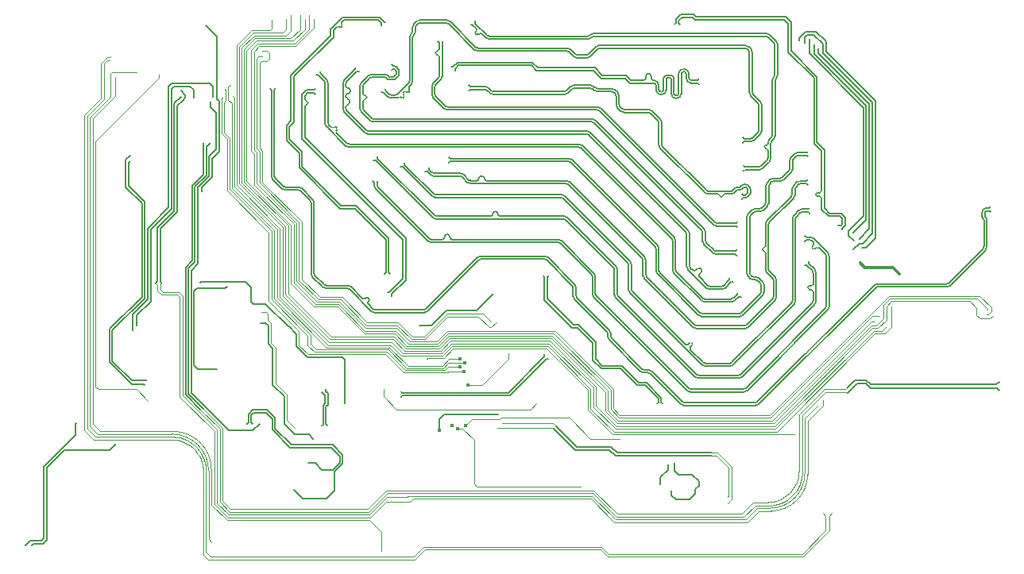
<source format=gbr>
%TF.GenerationSoftware,KiCad,Pcbnew,7.0.9-7.0.9~ubuntu22.04.1*%
%TF.CreationDate,2023-12-01T07:42:16+01:00*%
%TF.ProjectId,jetson-orin-baseboard,6a657473-6f6e-42d6-9f72-696e2d626173,1.1.1*%
%TF.SameCoordinates,Original*%
%TF.FileFunction,Copper,L4,Inr*%
%TF.FilePolarity,Positive*%
%FSLAX46Y46*%
G04 Gerber Fmt 4.6, Leading zero omitted, Abs format (unit mm)*
G04 Created by KiCad (PCBNEW 7.0.9-7.0.9~ubuntu22.04.1) date 2023-12-01 07:42:16*
%MOMM*%
%LPD*%
G01*
G04 APERTURE LIST*
%TA.AperFunction,ViaPad*%
%ADD10C,0.450000*%
%TD*%
%TA.AperFunction,Conductor*%
%ADD11C,0.160000*%
%TD*%
%TA.AperFunction,Conductor*%
%ADD12C,0.150000*%
%TD*%
%TA.AperFunction,Conductor*%
%ADD13C,0.130000*%
%TD*%
%TA.AperFunction,Conductor*%
%ADD14C,0.125000*%
%TD*%
%TA.AperFunction,Conductor*%
%ADD15C,0.300000*%
%TD*%
%TA.AperFunction,Conductor*%
%ADD16C,0.155000*%
%TD*%
G04 APERTURE END LIST*
D10*
%TO.N,Net-(A1-Pad124)*%
X89410307Y-113668914D03*
%TO.N,CSIA_FLG*%
X92272500Y-113200000D03*
%TO.N,CSIB_FLG*%
X92500000Y-108850000D03*
%TO.N,I2S1_SDOUT*%
X92100688Y-107399312D03*
%TO.N,I2S1_SDIN*%
X91664500Y-106949833D03*
%TO.N,I2S1_LRCK*%
X92150000Y-106537833D03*
%TO.N,I2S1_SCLK*%
X91664500Y-106101467D03*
%TO.N,USBC0_FLG*%
X90800000Y-113150000D03*
%TO.N,USBC1_FLG*%
X91412000Y-113500000D03*
%TD*%
D11*
%TO.N,CSI3_CLK_N*%
X115240000Y-77759635D02*
X115240000Y-75680365D01*
X91127890Y-75357890D02*
X91127890Y-75152828D01*
X109758282Y-76669000D02*
X112291000Y-76669000D01*
X113640000Y-77359635D02*
X113640000Y-76175682D01*
X91127890Y-75152828D02*
X91491718Y-74789000D01*
X112542000Y-76920000D02*
X112542000Y-77359635D01*
X114142000Y-76175682D02*
X114142000Y-77759635D01*
X105888282Y-75329000D02*
X106708282Y-76149000D01*
X109238282Y-76149000D02*
X109758282Y-76669000D01*
X99248282Y-74789000D02*
X99788282Y-75329000D01*
X113686317Y-76129365D02*
X114095683Y-76129365D01*
X106708282Y-76149000D02*
X109238282Y-76149000D01*
X116291000Y-76669000D02*
X116962000Y-76669000D01*
X99788282Y-75329000D02*
X105888282Y-75329000D01*
X91491718Y-74789000D02*
X99248282Y-74789000D01*
X116962000Y-76669000D02*
X117110000Y-76817000D01*
X115742000Y-75680365D02*
X115742000Y-76120000D01*
X114141965Y-77759635D02*
G75*
G03*
X114691000Y-78308635I549035J35D01*
G01*
X114691000Y-78308600D02*
G75*
G03*
X115240000Y-77759635I0J549000D01*
G01*
X115742035Y-75680365D02*
G75*
G03*
X115491000Y-75429365I-251035J-35D01*
G01*
X113091000Y-77908600D02*
G75*
G03*
X113640000Y-77359635I0J549000D01*
G01*
X113686317Y-76129400D02*
G75*
G03*
X113640000Y-76175682I-17J-46300D01*
G01*
X114142035Y-76175682D02*
G75*
G03*
X114095683Y-76129365I-46335J-18D01*
G01*
X112542000Y-76920000D02*
G75*
G03*
X112291000Y-76669000I-251000J0D01*
G01*
X115742000Y-76120000D02*
G75*
G03*
X116291000Y-76669000I549000J0D01*
G01*
X112541965Y-77359635D02*
G75*
G03*
X113091000Y-77908635I549035J35D01*
G01*
X115491000Y-75429400D02*
G75*
G03*
X115240000Y-75680365I0J-251000D01*
G01*
%TO.N,CSI3_CLK_P*%
X106011718Y-75031000D02*
X99911718Y-75031000D01*
X91368282Y-74491000D02*
X90917172Y-74942110D01*
X106831718Y-75851000D02*
X106011718Y-75031000D01*
X109361718Y-75851000D02*
X106831718Y-75851000D01*
X90917172Y-74942110D02*
X90712110Y-74942110D01*
X114440000Y-77759635D02*
X114440000Y-76175682D01*
X114095683Y-75831365D02*
X113686317Y-75831365D01*
X111466000Y-75918180D02*
X111466000Y-76096000D01*
X114942000Y-75680365D02*
X114942000Y-77759635D01*
X109881718Y-76371000D02*
X111191000Y-76371000D01*
X99371718Y-74491000D02*
X91368282Y-74491000D01*
X112840000Y-77359635D02*
X112840000Y-76920000D01*
X117110000Y-76223000D02*
X116962000Y-76371000D01*
X116040000Y-76120000D02*
X116040000Y-75680365D01*
X112016000Y-76096000D02*
X112016000Y-75918180D01*
X99911718Y-75031000D02*
X99371718Y-74491000D01*
X116962000Y-76371000D02*
X116291000Y-76371000D01*
X113342000Y-76175682D02*
X113342000Y-77359635D01*
X109881718Y-76371000D02*
X109361718Y-75851000D01*
X116040000Y-76120000D02*
G75*
G03*
X116291000Y-76371000I251000J0D01*
G01*
X112016000Y-76096000D02*
G75*
G03*
X112291000Y-76371000I275000J0D01*
G01*
X114440035Y-76175682D02*
G75*
G03*
X114095683Y-75831365I-344335J-18D01*
G01*
X112840000Y-76920000D02*
G75*
G03*
X112291000Y-76371000I-549000J0D01*
G01*
X113091000Y-77610600D02*
G75*
G03*
X113342000Y-77359635I0J251000D01*
G01*
X112839965Y-77359635D02*
G75*
G03*
X113091000Y-77610635I251035J35D01*
G01*
X115491000Y-75131400D02*
G75*
G03*
X114942000Y-75680365I0J-549000D01*
G01*
X111191000Y-76371000D02*
G75*
G03*
X111466000Y-76096000I0J275000D01*
G01*
X114691000Y-78010600D02*
G75*
G03*
X114942000Y-77759635I0J251000D01*
G01*
X112016020Y-75918180D02*
G75*
G03*
X111741000Y-75643180I-275020J-20D01*
G01*
X114439965Y-77759635D02*
G75*
G03*
X114691000Y-78010635I251035J35D01*
G01*
X113686317Y-75831400D02*
G75*
G03*
X113342000Y-76175682I-17J-344300D01*
G01*
X111741000Y-75643200D02*
G75*
G03*
X111466000Y-75918180I0J-275000D01*
G01*
X116040035Y-75680365D02*
G75*
G03*
X115491000Y-75131365I-549035J-35D01*
G01*
D12*
%TO.N,SPIO_MOSI*%
X127800000Y-71850000D02*
X127800000Y-72100000D01*
X135890000Y-78560000D02*
X130660000Y-73330000D01*
X129600000Y-71160000D02*
X128490000Y-71160000D01*
X128490000Y-71160000D02*
X127800000Y-71850000D01*
X130660000Y-73330000D02*
X130660000Y-72220000D01*
X135890000Y-93180000D02*
X135890000Y-78560000D01*
X130660000Y-72220000D02*
X129600000Y-71160000D01*
X134450000Y-94200000D02*
X134870000Y-94200000D01*
X134870000Y-94200000D02*
X135890000Y-93180000D01*
%TO.N,SPIO_SCK*%
X128380000Y-71760000D02*
X128380000Y-72340000D01*
X134550000Y-93760000D02*
X135610000Y-92700000D01*
X135610000Y-92700000D02*
X135610000Y-78750000D01*
X130300000Y-73440000D02*
X130300000Y-72440000D01*
X129360000Y-71500000D02*
X128640000Y-71500000D01*
X130300000Y-72440000D02*
X129360000Y-71500000D01*
X135610000Y-78750000D02*
X130300000Y-73440000D01*
X128640000Y-71500000D02*
X128380000Y-71760000D01*
X133590000Y-94370000D02*
X134200000Y-93760000D01*
X134200000Y-93760000D02*
X134550000Y-93760000D01*
%TO.N,SPIO_MISO*%
X134640000Y-90860000D02*
X134640000Y-79280000D01*
X133620000Y-93480000D02*
X133620000Y-93470000D01*
X133070000Y-92920000D02*
X133070000Y-92430000D01*
X134640000Y-79280000D02*
X128870000Y-73510000D01*
X133070000Y-92430000D02*
X134640000Y-90860000D01*
X133620000Y-93470000D02*
X133070000Y-92920000D01*
X128870000Y-73510000D02*
X128870000Y-71970000D01*
%TO.N,~{SPI0_CS0}*%
X135270000Y-78890000D02*
X129870000Y-73490000D01*
X129870000Y-73490000D02*
X129870000Y-72970000D01*
X135270000Y-92210000D02*
X135270000Y-78890000D01*
X134200000Y-93280000D02*
X135270000Y-92210000D01*
%TO.N,~{SPI0_CS1}*%
X129430000Y-72520000D02*
X129430000Y-73580000D01*
X133590000Y-92590000D02*
X133540000Y-92590000D01*
X129430000Y-73580000D02*
X134920000Y-79070000D01*
X134920000Y-91260000D02*
X133590000Y-92590000D01*
X134920000Y-79070000D02*
X134920000Y-91260000D01*
D11*
%TO.N,USB0_D_N*%
X104281718Y-102451000D02*
X106099000Y-104268282D01*
X106099000Y-104268282D02*
X106099000Y-106088282D01*
D13*
X113000000Y-118700000D02*
X113000000Y-119450000D01*
D11*
X113098500Y-110701138D02*
X113246500Y-110849138D01*
X113098500Y-110187782D02*
X113098500Y-110701138D01*
X100949000Y-97345000D02*
X100949000Y-99658282D01*
X106811718Y-106801000D02*
X108892371Y-106801000D01*
D13*
X113800000Y-117300000D02*
X113800000Y-117900000D01*
D11*
X106099000Y-106088282D02*
X106811718Y-106801000D01*
X111508997Y-108598279D02*
X113098500Y-110187782D01*
X100949000Y-99658282D02*
X103741718Y-102451000D01*
X103741718Y-102451000D02*
X104281718Y-102451000D01*
D13*
X113800000Y-117900000D02*
X113000000Y-118700000D01*
D11*
X101094000Y-97200000D02*
X100949000Y-97345000D01*
X108892371Y-106801000D02*
X110689650Y-108598279D01*
X110689650Y-108598279D02*
X111508997Y-108598279D01*
D14*
%TO.N,USER_LED1*%
X83475499Y-110075499D02*
X83475499Y-109251500D01*
X99150000Y-111500000D02*
X84900000Y-111500000D01*
X99800000Y-110850000D02*
X99150000Y-111500000D01*
X84900000Y-111500000D02*
X83475499Y-110075499D01*
D12*
%TO.N,USER_BTN0*%
X107750000Y-115450000D02*
X108400000Y-116100000D01*
X104050000Y-115450000D02*
X107750000Y-115450000D01*
X108400000Y-116100000D02*
X118500000Y-116100000D01*
D14*
X96100000Y-112975500D02*
X101575500Y-112975500D01*
X120150000Y-121500000D02*
X120600000Y-121050000D01*
X119100000Y-116100000D02*
X118500000Y-116100000D01*
X120600000Y-117600000D02*
X119100000Y-116100000D01*
X101575500Y-112975500D02*
X101875000Y-113275000D01*
D12*
X101875000Y-113275000D02*
X104050000Y-115450000D01*
D14*
X120600000Y-121050000D02*
X120600000Y-117600000D01*
%TO.N,USER_BTN1*%
X120150000Y-120800000D02*
X120300000Y-120650000D01*
D12*
X108200000Y-116400000D02*
X118525000Y-116400000D01*
X101650000Y-113550000D02*
X103900000Y-115800000D01*
D14*
X101500000Y-113400000D02*
X101650000Y-113550000D01*
D12*
X103900000Y-115800000D02*
X107600000Y-115800000D01*
X107600000Y-115800000D02*
X108200000Y-116400000D01*
D14*
X120300000Y-117700000D02*
X119000000Y-116400000D01*
X119000000Y-116400000D02*
X118525000Y-116400000D01*
X120300000Y-120650000D02*
X120300000Y-117700000D01*
X95600000Y-113400000D02*
X101500000Y-113400000D01*
D11*
%TO.N,PCIE0_RX0_N*%
X105465795Y-71573487D02*
X105516836Y-71522446D01*
X105870389Y-71376000D02*
X124304611Y-71376000D01*
X124769000Y-83086693D02*
X124769000Y-84704611D01*
X124622553Y-85058165D02*
X123928164Y-85752554D01*
X94781693Y-71676000D02*
X105218307Y-71676000D01*
X123574611Y-85899000D02*
X122072699Y-85899000D01*
X125219000Y-76436693D02*
X125219000Y-82284611D01*
X124658165Y-71522447D02*
X125362554Y-72226836D01*
X125509000Y-72580389D02*
X125509000Y-75794611D01*
X125072553Y-82638165D02*
X124871512Y-82839206D01*
X121966633Y-85942934D02*
X121862567Y-86047000D01*
X93293934Y-70333216D02*
X94534206Y-71573488D01*
X125362553Y-76148165D02*
X125321512Y-76189206D01*
X93250000Y-70030000D02*
X93250000Y-70227150D01*
X122072699Y-85899000D02*
G75*
G03*
X121966633Y-85942934I1J-150000D01*
G01*
X123574611Y-85899007D02*
G75*
G03*
X123928163Y-85752553I-11J500007D01*
G01*
X94534210Y-71573484D02*
G75*
G03*
X94781693Y-71676000I247490J247484D01*
G01*
X125509007Y-72580389D02*
G75*
G03*
X125362553Y-72226837I-500007J-11D01*
G01*
X125321516Y-76189210D02*
G75*
G03*
X125219000Y-76436693I247484J-247490D01*
G01*
X124658159Y-71522453D02*
G75*
G03*
X124304611Y-71376000I-353559J-353547D01*
G01*
X125072547Y-82638159D02*
G75*
G03*
X125219000Y-82284611I-353547J353559D01*
G01*
X105870389Y-71375993D02*
G75*
G03*
X105516837Y-71522447I11J-500007D01*
G01*
X124622547Y-85058159D02*
G75*
G03*
X124769000Y-84704611I-353547J353559D01*
G01*
X93250036Y-70227150D02*
G75*
G03*
X93293934Y-70333216I149964J-50D01*
G01*
X105218307Y-71676005D02*
G75*
G03*
X105465795Y-71573487I-7J350005D01*
G01*
X125362547Y-76148159D02*
G75*
G03*
X125509000Y-75794611I-353547J353559D01*
G01*
X124871516Y-82839210D02*
G75*
G03*
X124769000Y-83086693I247484J-247490D01*
G01*
%TO.N,PCIE0_RX0_P*%
X124368487Y-84890795D02*
X123760794Y-85498488D01*
X124490795Y-71776513D02*
X125108488Y-72394206D01*
X124471000Y-83025389D02*
X124471000Y-83099000D01*
X125108487Y-75980795D02*
X125067446Y-76021836D01*
X93981037Y-71441755D02*
X94016392Y-71477110D01*
X105931693Y-71674000D02*
X124243307Y-71674000D01*
X124471000Y-83799000D02*
X124471000Y-84643307D01*
X94016392Y-71477110D02*
X94366836Y-71827554D01*
X93013216Y-70473934D02*
X93344641Y-70805359D01*
X124258509Y-83624000D02*
X124296000Y-83624000D01*
X124818487Y-82470795D02*
X124617446Y-82671836D01*
X125211000Y-72641693D02*
X125211000Y-75733307D01*
X123513307Y-85601000D02*
X122072699Y-85601000D01*
X94720389Y-71974000D02*
X105279611Y-71974000D01*
X92800000Y-70430000D02*
X92907150Y-70430000D01*
X93344640Y-71123558D02*
X93344641Y-71123557D01*
X124296000Y-83274000D02*
X124258509Y-83274000D01*
X105633165Y-71827553D02*
X105684206Y-71776512D01*
X93662840Y-71441754D02*
X93662839Y-71441755D01*
X121966633Y-85557066D02*
X121862567Y-85453000D01*
X124921000Y-76375389D02*
X124921000Y-82223307D01*
X124471000Y-83799000D02*
G75*
G03*
X124296000Y-83624000I-175000J0D01*
G01*
X93981036Y-71441756D02*
G75*
G03*
X93662840Y-71441756I-159098J-159098D01*
G01*
X124368483Y-84890791D02*
G75*
G03*
X124471000Y-84643307I-247483J247491D01*
G01*
X123513307Y-85601005D02*
G75*
G03*
X123760794Y-85498488I-7J350005D01*
G01*
X93344685Y-71123601D02*
G75*
G03*
X93344641Y-71441755I159015J-159099D01*
G01*
X94366842Y-71827548D02*
G75*
G03*
X94720389Y-71974000I353558J353548D01*
G01*
X121966633Y-85557066D02*
G75*
G03*
X122072699Y-85601000I106067J106066D01*
G01*
X124258509Y-83274009D02*
G75*
G03*
X124083509Y-83449000I-9J-174991D01*
G01*
X93344682Y-71123600D02*
G75*
G03*
X93344641Y-70805359I-159182J159100D01*
G01*
X124617452Y-82671842D02*
G75*
G03*
X124471000Y-83025389I353548J-353558D01*
G01*
X124490791Y-71776517D02*
G75*
G03*
X124243307Y-71674000I-247491J-247483D01*
G01*
X105279611Y-71974007D02*
G75*
G03*
X105633164Y-71827552I-11J500007D01*
G01*
X124296000Y-83274000D02*
G75*
G03*
X124471000Y-83099000I0J175000D01*
G01*
X124083500Y-83449000D02*
G75*
G03*
X124258509Y-83624000I175000J0D01*
G01*
X93344601Y-71441795D02*
G75*
G03*
X93662840Y-71441754I159099J159095D01*
G01*
X125108483Y-75980791D02*
G75*
G03*
X125211000Y-75733307I-247483J247491D01*
G01*
X93013241Y-70473909D02*
G75*
G03*
X92907150Y-70430000I-106041J-106091D01*
G01*
X124818483Y-82470791D02*
G75*
G03*
X124921000Y-82223307I-247483J247491D01*
G01*
X105931693Y-71673995D02*
G75*
G03*
X105684206Y-71776512I7J-350005D01*
G01*
X125211005Y-72641693D02*
G75*
G03*
X125108488Y-72394206I-350005J-7D01*
G01*
X125067452Y-76021842D02*
G75*
G03*
X124921000Y-76375389I353548J-353558D01*
G01*
%TO.N,PCIE0_RX1_N*%
X111784611Y-79491000D02*
X109196693Y-79491000D01*
X94989205Y-77468487D02*
X94718164Y-77197446D01*
X102743307Y-77571000D02*
X95236693Y-77571000D01*
X121680000Y-89047000D02*
X121784066Y-88942934D01*
X112972553Y-80471835D02*
X112138164Y-79637446D01*
X113119000Y-83188307D02*
X113119000Y-80825389D01*
X103411835Y-77047447D02*
X102990794Y-77468488D01*
X120576150Y-88171000D02*
X118101693Y-88171000D01*
X122531132Y-87790414D02*
X122299586Y-87558868D01*
X105990271Y-77104553D02*
X105933164Y-77047446D01*
X121890132Y-88899000D02*
X122067454Y-88899000D01*
X108599000Y-78893307D02*
X108599000Y-78020389D01*
X122619000Y-88347454D02*
X122619000Y-88002546D01*
X122279586Y-88811132D02*
X122531132Y-88559586D01*
X120970414Y-87838868D02*
X120682216Y-88127066D01*
X92748000Y-77051000D02*
X92600000Y-76903000D01*
X108949205Y-79388487D02*
X108701512Y-79140794D01*
X108452553Y-77666835D02*
X108183164Y-77397446D01*
X121426150Y-87751000D02*
X121182546Y-87751000D01*
X117854205Y-88068487D02*
X113221512Y-83435794D01*
X122087454Y-87471000D02*
X121892546Y-87471000D01*
X94364611Y-77051000D02*
X92748000Y-77051000D01*
X107829611Y-77251000D02*
X106343825Y-77251000D01*
X105579611Y-76901000D02*
X103765389Y-76901000D01*
X121680414Y-87558868D02*
X121532216Y-87707066D01*
X121182546Y-87751033D02*
G75*
G03*
X120970414Y-87838868I-46J-299967D01*
G01*
X113119007Y-80825389D02*
G75*
G03*
X112972552Y-80471836I-500007J-11D01*
G01*
X112138158Y-79637452D02*
G75*
G03*
X111784611Y-79491000I-353558J-353548D01*
G01*
X102743307Y-77571005D02*
G75*
G03*
X102990794Y-77468488I-7J350005D01*
G01*
X103765389Y-76900993D02*
G75*
G03*
X103411836Y-77047448I11J-500007D01*
G01*
X105933158Y-77047452D02*
G75*
G03*
X105579611Y-76901000I-353558J-353548D01*
G01*
X122531155Y-88559609D02*
G75*
G03*
X122619000Y-88347454I-212155J212109D01*
G01*
X113118995Y-83188307D02*
G75*
G03*
X113221512Y-83435794I350005J7D01*
G01*
X121892546Y-87471033D02*
G75*
G03*
X121680414Y-87558868I-46J-299967D01*
G01*
X108949209Y-79388483D02*
G75*
G03*
X109196693Y-79491000I247491J247483D01*
G01*
X94989209Y-77468483D02*
G75*
G03*
X95236693Y-77571000I247491J247483D01*
G01*
X108598995Y-78893307D02*
G75*
G03*
X108701512Y-79140794I350005J7D01*
G01*
X117854209Y-88068483D02*
G75*
G03*
X118101693Y-88171000I247491J247483D01*
G01*
X120576150Y-88170964D02*
G75*
G03*
X120682216Y-88127066I50J149964D01*
G01*
X121426150Y-87750964D02*
G75*
G03*
X121532216Y-87707066I50J149964D01*
G01*
X122067454Y-88898967D02*
G75*
G03*
X122279586Y-88811132I46J299967D01*
G01*
X108183158Y-77397452D02*
G75*
G03*
X107829611Y-77251000I-353558J-353548D01*
G01*
X105990259Y-77104565D02*
G75*
G03*
X106343825Y-77251000I353541J353565D01*
G01*
X122618967Y-88002546D02*
G75*
G03*
X122531132Y-87790414I-299967J46D01*
G01*
X121890132Y-88899023D02*
G75*
G03*
X121784066Y-88942934I-32J-149977D01*
G01*
X108599007Y-78020389D02*
G75*
G03*
X108452552Y-77666836I-500007J-11D01*
G01*
X122299609Y-87558845D02*
G75*
G03*
X122087454Y-87471000I-212109J-212155D01*
G01*
X94718158Y-77197452D02*
G75*
G03*
X94364611Y-77051000I-353558J-353548D01*
G01*
%TO.N,PCIE0_RX1_P*%
X117686835Y-88322553D02*
X112967446Y-83603164D01*
X108301000Y-78954611D02*
X108301000Y-78081693D01*
X121847784Y-87812934D02*
X121699586Y-87961132D01*
X102804611Y-77869000D02*
X95175389Y-77869000D01*
X122321000Y-88286150D02*
X122321000Y-88063850D01*
X119674036Y-88643964D02*
X119674036Y-88643965D01*
X103579205Y-77301513D02*
X103158164Y-77722554D01*
X108198487Y-77834205D02*
X108015794Y-77651512D01*
X122112216Y-88557066D02*
X122277066Y-88392216D01*
X105518307Y-77199000D02*
X103826693Y-77199000D01*
X107768307Y-77549000D02*
X106220389Y-77549000D01*
X111723307Y-79789000D02*
X109135389Y-79789000D01*
X112821000Y-83249611D02*
X112821000Y-80886693D01*
X119324036Y-88643965D02*
X119324036Y-88643964D01*
X108781835Y-79642553D02*
X108447446Y-79308164D01*
X122026150Y-87769000D02*
X121953850Y-87769000D01*
X121487454Y-88049000D02*
X121243850Y-88049000D01*
X105866835Y-77402553D02*
X105765794Y-77301512D01*
X112718487Y-80639205D02*
X111970794Y-79891512D01*
X94821835Y-77722553D02*
X94550794Y-77451512D01*
X119149072Y-88469000D02*
X119149000Y-88469000D01*
X121680000Y-88453000D02*
X121784066Y-88557066D01*
X120637454Y-88469000D02*
X119849000Y-88469000D01*
X121137784Y-88092934D02*
X120849586Y-88381132D01*
X92748000Y-77349000D02*
X92600000Y-77497000D01*
X119499072Y-88818929D02*
X119499000Y-88818929D01*
X94303307Y-77349000D02*
X92748000Y-77349000D01*
X121890132Y-88601000D02*
X122006150Y-88601000D01*
X122277066Y-87957784D02*
X122132216Y-87812934D01*
X119149000Y-88469000D02*
X118040389Y-88469000D01*
X103826693Y-77198995D02*
G75*
G03*
X103579205Y-77301513I7J-350005D01*
G01*
X122132241Y-87812909D02*
G75*
G03*
X122026150Y-87769000I-106041J-106091D01*
G01*
X108301005Y-78081693D02*
G75*
G03*
X108198487Y-77834205I-350005J-7D01*
G01*
X121487454Y-88048967D02*
G75*
G03*
X121699586Y-87961132I46J299967D01*
G01*
X119324071Y-88643965D02*
G75*
G03*
X119499000Y-88818929I174929J-35D01*
G01*
X121243850Y-88049036D02*
G75*
G03*
X121137784Y-88092934I-50J-149964D01*
G01*
X112821005Y-80886693D02*
G75*
G03*
X112718487Y-80639205I-350005J-7D01*
G01*
X111970790Y-79891516D02*
G75*
G03*
X111723307Y-79789000I-247490J-247484D01*
G01*
X94821841Y-77722547D02*
G75*
G03*
X95175389Y-77869000I353559J353547D01*
G01*
X121953850Y-87769036D02*
G75*
G03*
X121847784Y-87812934I-50J-149964D01*
G01*
X119499072Y-88818936D02*
G75*
G03*
X119674036Y-88643965I28J174936D01*
G01*
X112820993Y-83249611D02*
G75*
G03*
X112967447Y-83603163I500007J11D01*
G01*
X102804611Y-77869007D02*
G75*
G03*
X103158163Y-77722553I-11J500007D01*
G01*
X121784050Y-88557082D02*
G75*
G03*
X121890132Y-88601000I106050J106082D01*
G01*
X108300993Y-78954611D02*
G75*
G03*
X108447447Y-79308163I500007J11D01*
G01*
X119849000Y-88469036D02*
G75*
G03*
X119674036Y-88643964I0J-174964D01*
G01*
X117686841Y-88322547D02*
G75*
G03*
X118040389Y-88469000I353559J353547D01*
G01*
X122320964Y-88063850D02*
G75*
G03*
X122277066Y-87957784I-149964J50D01*
G01*
X108781841Y-79642547D02*
G75*
G03*
X109135389Y-79789000I353559J353547D01*
G01*
X94550790Y-77451516D02*
G75*
G03*
X94303307Y-77349000I-247490J-247484D01*
G01*
X105866841Y-77402547D02*
G75*
G03*
X106220389Y-77549000I353559J353547D01*
G01*
X122006150Y-88600964D02*
G75*
G03*
X122112216Y-88557066I50J149964D01*
G01*
X120637454Y-88468967D02*
G75*
G03*
X120849586Y-88381132I46J299967D01*
G01*
X122277091Y-88392241D02*
G75*
G03*
X122321000Y-88286150I-106091J106041D01*
G01*
X108015790Y-77651516D02*
G75*
G03*
X107768307Y-77549000I-247490J-247484D01*
G01*
X119324100Y-88643964D02*
G75*
G03*
X119149072Y-88469000I-175000J-36D01*
G01*
X105765790Y-77301516D02*
G75*
G03*
X105518307Y-77199000I-247490J-247484D01*
G01*
%TO.N,PCIE0_RX2_N*%
X89251000Y-73629000D02*
X89230788Y-73629000D01*
X88651000Y-77854611D02*
X88651000Y-77045389D01*
X89971835Y-79382553D02*
X88797446Y-78208164D01*
X106263307Y-79529000D02*
X90325389Y-79529000D01*
X89451000Y-73029000D02*
X89451000Y-72370000D01*
X89451000Y-72370000D02*
X89306000Y-72225000D01*
X118631835Y-91752553D02*
X106510794Y-79631512D01*
X121200000Y-92037500D02*
X121105434Y-91942934D01*
X120999368Y-91899000D02*
X118985389Y-91899000D01*
X89230788Y-73229000D02*
X89251000Y-73229000D01*
X88797447Y-76691835D02*
X89348488Y-76140794D01*
X89451000Y-75893307D02*
X89451000Y-73829000D01*
X118631841Y-91752547D02*
G75*
G03*
X118985389Y-91899000I353559J353547D01*
G01*
X88650993Y-77854611D02*
G75*
G03*
X88797447Y-78208163I500007J11D01*
G01*
X89451000Y-73829000D02*
G75*
G03*
X89251000Y-73629000I-200000J0D01*
G01*
X121105450Y-91942918D02*
G75*
G03*
X120999368Y-91899000I-106050J-106082D01*
G01*
X89348484Y-76140790D02*
G75*
G03*
X89451000Y-75893307I-247484J247490D01*
G01*
X88797453Y-76691841D02*
G75*
G03*
X88651000Y-77045389I353547J-353559D01*
G01*
X89251000Y-73229000D02*
G75*
G03*
X89451000Y-73029000I0J200000D01*
G01*
X89030800Y-73429000D02*
G75*
G03*
X89230788Y-73629000I200000J0D01*
G01*
X89230788Y-73228988D02*
G75*
G03*
X89030788Y-73429000I12J-200012D01*
G01*
X89971841Y-79382547D02*
G75*
G03*
X90325389Y-79529000I353559J353547D01*
G01*
X106510790Y-79631516D02*
G75*
G03*
X106263307Y-79529000I-247490J-247484D01*
G01*
%TO.N,PCIE0_RX2_P*%
X89051513Y-78040795D02*
X90139206Y-79128488D01*
X119046693Y-91601000D02*
X120999368Y-91601000D01*
X88949000Y-77106693D02*
X88949000Y-77793307D01*
X89749000Y-72325000D02*
X89749000Y-75954611D01*
X89894000Y-72180000D02*
X89749000Y-72325000D01*
X90386693Y-79231000D02*
X106324611Y-79231000D01*
X121105434Y-91557066D02*
X121200000Y-91462500D01*
X89602553Y-76308165D02*
X89051512Y-76859206D01*
X106678165Y-79377447D02*
X118799206Y-91498488D01*
X90139210Y-79128484D02*
G75*
G03*
X90386693Y-79231000I247490J247484D01*
G01*
X89602547Y-76308159D02*
G75*
G03*
X89749000Y-75954611I-353547J353559D01*
G01*
X120999368Y-91600977D02*
G75*
G03*
X121105434Y-91557066I32J149977D01*
G01*
X106678159Y-79377453D02*
G75*
G03*
X106324611Y-79231000I-353559J-353547D01*
G01*
X118799210Y-91498484D02*
G75*
G03*
X119046693Y-91601000I247490J247484D01*
G01*
X88948995Y-77793307D02*
G75*
G03*
X89051513Y-78040795I350005J7D01*
G01*
X89051516Y-76859210D02*
G75*
G03*
X88949000Y-77106693I247484J-247490D01*
G01*
%TO.N,PCIE0_RX3_N*%
X82195389Y-75751000D02*
X83687454Y-75751000D01*
X105693307Y-80799000D02*
X82395389Y-80799000D01*
X120936868Y-94899000D02*
X118895389Y-94899000D01*
X118541835Y-94752553D02*
X117647446Y-93858164D01*
X82041835Y-80652553D02*
X81147446Y-79758164D01*
X121200000Y-95100000D02*
X121042934Y-94942934D01*
X83899586Y-75838868D02*
X84017784Y-75957066D01*
X84632216Y-75957066D02*
X84807066Y-75782216D01*
X117501000Y-93504611D02*
X117501000Y-92606693D01*
X84548000Y-75149000D02*
X84400000Y-75297000D01*
X84851000Y-75676150D02*
X84851000Y-75423850D01*
X81147447Y-76591835D02*
X81841836Y-75897446D01*
X84807066Y-75317784D02*
X84682216Y-75192934D01*
X81001000Y-79404611D02*
X81001000Y-76945389D01*
X84576150Y-75149000D02*
X84548000Y-75149000D01*
X84123850Y-76001000D02*
X84526150Y-76001000D01*
X117398487Y-92359205D02*
X105940794Y-80901512D01*
X82195389Y-75750993D02*
G75*
G03*
X81841837Y-75897447I11J-500007D01*
G01*
X83899609Y-75838845D02*
G75*
G03*
X83687454Y-75751000I-212109J-212155D01*
G01*
X84850964Y-75423850D02*
G75*
G03*
X84807066Y-75317784I-149964J50D01*
G01*
X84526150Y-76000964D02*
G75*
G03*
X84632216Y-75957066I50J149964D01*
G01*
X118541841Y-94752547D02*
G75*
G03*
X118895389Y-94899000I353559J353547D01*
G01*
X84682241Y-75192909D02*
G75*
G03*
X84576150Y-75149000I-106041J-106091D01*
G01*
X81147453Y-76591841D02*
G75*
G03*
X81001000Y-76945389I353547J-353559D01*
G01*
X117500993Y-93504611D02*
G75*
G03*
X117647447Y-93858163I500007J11D01*
G01*
X105940790Y-80901516D02*
G75*
G03*
X105693307Y-80799000I-247490J-247484D01*
G01*
X82041841Y-80652547D02*
G75*
G03*
X82395389Y-80799000I353559J353547D01*
G01*
X81000993Y-79404611D02*
G75*
G03*
X81147447Y-79758163I500007J11D01*
G01*
X84807091Y-75782241D02*
G75*
G03*
X84851000Y-75676150I-106091J106041D01*
G01*
X84017759Y-75957091D02*
G75*
G03*
X84123850Y-76001000I106041J106091D01*
G01*
X117501005Y-92606693D02*
G75*
G03*
X117398487Y-92359205I-350005J-7D01*
G01*
X121042950Y-94942918D02*
G75*
G03*
X120936868Y-94899000I-106050J-106082D01*
G01*
%TO.N,PCIE0_RX3_P*%
X121042934Y-94557066D02*
X121200000Y-94400000D01*
X117799000Y-92545389D02*
X117799000Y-93443307D01*
X117901513Y-93690795D02*
X118709206Y-94498488D01*
X83626150Y-76049000D02*
X82256693Y-76049000D01*
X84587454Y-76299000D02*
X84062546Y-76299000D01*
X81299000Y-79343307D02*
X81299000Y-78591000D01*
X84849586Y-74938868D02*
X85061132Y-75150414D01*
X81499000Y-77991000D02*
X81518382Y-77991000D01*
X82009205Y-76151513D02*
X81401512Y-76759206D01*
X85149000Y-75362546D02*
X85149000Y-75737454D01*
X85061132Y-75949586D02*
X84799586Y-76211132D01*
X83850414Y-76211132D02*
X83732216Y-76092934D01*
X81518382Y-78391000D02*
X81499000Y-78391000D01*
X81299000Y-77006693D02*
X81299000Y-77791000D01*
X106108165Y-80647447D02*
X117652554Y-92191836D01*
X82456693Y-80501000D02*
X105754611Y-80501000D01*
X118956693Y-94601000D02*
X120936868Y-94601000D01*
X84400000Y-74703000D02*
X84504066Y-74807066D01*
X81401513Y-79590795D02*
X82209206Y-80398488D01*
X84610132Y-74851000D02*
X84637454Y-74851000D01*
X118709210Y-94498484D02*
G75*
G03*
X118956693Y-94601000I247490J247484D01*
G01*
X81718400Y-78191000D02*
G75*
G03*
X81518382Y-77991000I-200000J0D01*
G01*
X81401516Y-76759210D02*
G75*
G03*
X81299000Y-77006693I247484J-247490D01*
G01*
X85148967Y-75362546D02*
G75*
G03*
X85061132Y-75150414I-299967J46D01*
G01*
X84504050Y-74807082D02*
G75*
G03*
X84610132Y-74851000I106050J106082D01*
G01*
X85061155Y-75949609D02*
G75*
G03*
X85149000Y-75737454I-212155J212109D01*
G01*
X82256693Y-76048995D02*
G75*
G03*
X82009205Y-76151513I7J-350005D01*
G01*
X83732241Y-76092909D02*
G75*
G03*
X83626150Y-76049000I-106041J-106091D01*
G01*
X84587454Y-76298967D02*
G75*
G03*
X84799586Y-76211132I46J299967D01*
G01*
X117798995Y-93443307D02*
G75*
G03*
X117901513Y-93690795I350005J7D01*
G01*
X106108159Y-80647453D02*
G75*
G03*
X105754611Y-80501000I-353559J-353547D01*
G01*
X117799007Y-92545389D02*
G75*
G03*
X117652553Y-92191837I-500007J-11D01*
G01*
X81499000Y-78391000D02*
G75*
G03*
X81299000Y-78591000I0J-200000D01*
G01*
X83850391Y-76211155D02*
G75*
G03*
X84062546Y-76299000I212109J212155D01*
G01*
X81298995Y-79343307D02*
G75*
G03*
X81401513Y-79590795I350005J7D01*
G01*
X81299000Y-77791000D02*
G75*
G03*
X81499000Y-77991000I200000J0D01*
G01*
X84849609Y-74938845D02*
G75*
G03*
X84637454Y-74851000I-212109J-212155D01*
G01*
X81518382Y-78390982D02*
G75*
G03*
X81718382Y-78191000I18J199982D01*
G01*
X120936868Y-94600977D02*
G75*
G03*
X121042934Y-94557066I32J149977D01*
G01*
X82209210Y-80398484D02*
G75*
G03*
X82456693Y-80501000I247490J247484D01*
G01*
%TO.N,PCIE0_CLK_N*%
X122642553Y-73011835D02*
X122428164Y-72797446D01*
X84743307Y-77951000D02*
X84356693Y-77951000D01*
X84109205Y-77848487D02*
X83763945Y-77503227D01*
X93359205Y-72848487D02*
X90608164Y-70097446D01*
X121960132Y-82899000D02*
X122654611Y-82899000D01*
X122789000Y-77603307D02*
X122789000Y-73365389D01*
X103094611Y-72951000D02*
X93606693Y-72951000D01*
X86198487Y-76640795D02*
X84990794Y-77848488D01*
X86301000Y-71745389D02*
X86301000Y-76393307D01*
X103939205Y-73588487D02*
X103448164Y-73097446D01*
X122074611Y-72651000D02*
X106470389Y-72651000D01*
X123652553Y-78611835D02*
X122891512Y-77850794D01*
X106116835Y-72797447D02*
X105325794Y-73588488D01*
X86498487Y-71340795D02*
X86447446Y-71391836D01*
X123799000Y-81754611D02*
X123799000Y-78965389D01*
X86991835Y-70097447D02*
X86747446Y-70341836D01*
X83720011Y-77397161D02*
X83720011Y-77249989D01*
X121750000Y-83047000D02*
X121854066Y-82942934D01*
X105078307Y-73691000D02*
X104186693Y-73691000D01*
X86601000Y-70695389D02*
X86601000Y-71093307D01*
X123008165Y-82752553D02*
X123652554Y-82108164D01*
X90254611Y-69951000D02*
X87345389Y-69951000D01*
X122654611Y-82899007D02*
G75*
G03*
X123008164Y-82752552I-11J500007D01*
G01*
X86498483Y-71340791D02*
G75*
G03*
X86601000Y-71093307I-247483J247491D01*
G01*
X122428158Y-72797452D02*
G75*
G03*
X122074611Y-72651000I-353558J-353548D01*
G01*
X86747452Y-70341842D02*
G75*
G03*
X86601000Y-70695389I353548J-353558D01*
G01*
X90608158Y-70097452D02*
G75*
G03*
X90254611Y-69951000I-353558J-353548D01*
G01*
X84109209Y-77848483D02*
G75*
G03*
X84356693Y-77951000I247491J247483D01*
G01*
X103448158Y-73097452D02*
G75*
G03*
X103094611Y-72951000I-353558J-353548D01*
G01*
X123652548Y-82108158D02*
G75*
G03*
X123799000Y-81754611I-353548J353558D01*
G01*
X86198483Y-76640791D02*
G75*
G03*
X86301000Y-76393307I-247483J247491D01*
G01*
X105078307Y-73691005D02*
G75*
G03*
X105325794Y-73588488I-7J350005D01*
G01*
X121960132Y-82899023D02*
G75*
G03*
X121854066Y-82942934I-32J-149977D01*
G01*
X123799007Y-78965389D02*
G75*
G03*
X123652552Y-78611836I-500007J-11D01*
G01*
X84743307Y-77951005D02*
G75*
G03*
X84990794Y-77848488I-7J350005D01*
G01*
X93359209Y-72848483D02*
G75*
G03*
X93606693Y-72951000I247491J247483D01*
G01*
X86447452Y-71391842D02*
G75*
G03*
X86301000Y-71745389I353548J-353558D01*
G01*
X87345389Y-69950993D02*
G75*
G03*
X86991836Y-70097448I11J-500007D01*
G01*
X106470389Y-72650993D02*
G75*
G03*
X106116836Y-72797448I11J-500007D01*
G01*
X103939209Y-73588483D02*
G75*
G03*
X104186693Y-73691000I247491J247483D01*
G01*
X83720036Y-77397161D02*
G75*
G03*
X83763945Y-77503227I149964J-39D01*
G01*
X122788995Y-77603307D02*
G75*
G03*
X122891512Y-77850794I350005J7D01*
G01*
X122789007Y-73365389D02*
G75*
G03*
X122642552Y-73011836I-500007J-11D01*
G01*
%TO.N,USBSS0_RX_N*%
X83751000Y-96852000D02*
X83751000Y-93361718D01*
X74501000Y-84111718D02*
X73151000Y-82761718D01*
X73651000Y-80688282D02*
X73651000Y-75838282D01*
X83560718Y-70150000D02*
X83720000Y-70150000D01*
X74501000Y-85711718D02*
X74501000Y-84111718D01*
X79148282Y-69641000D02*
X83051718Y-69641000D01*
X73151000Y-82761718D02*
X73151000Y-81188282D01*
X77851000Y-70938282D02*
X79148282Y-69641000D01*
X77851000Y-71638282D02*
X77851000Y-70938282D01*
X73151000Y-81188282D02*
X73651000Y-80688282D01*
X78838282Y-90049000D02*
X74501000Y-85711718D01*
X83603000Y-97000000D02*
X83751000Y-96852000D01*
X83751000Y-93361718D02*
X80438282Y-90049000D01*
X80438282Y-90049000D02*
X78838282Y-90049000D01*
X83051718Y-69641000D02*
X83560718Y-70150000D01*
X73651000Y-75838282D02*
X77851000Y-71638282D01*
%TO.N,PCIE0_CLK_P*%
X84295389Y-78249000D02*
X85011718Y-78249000D01*
X123398487Y-81940795D02*
X122840794Y-82498488D01*
X122593307Y-82601000D02*
X121960132Y-82601000D01*
X86899000Y-71154611D02*
X86899000Y-70756693D01*
X86226728Y-77033986D02*
X86226729Y-77033986D01*
X86240162Y-77613106D02*
X86240162Y-77613105D01*
X86240162Y-77330261D02*
X86240162Y-77330262D01*
X122260795Y-73051513D02*
X122388488Y-73179206D01*
X122637447Y-78018165D02*
X123398488Y-78779206D01*
X85674476Y-77895948D02*
X85661043Y-77882515D01*
X83299989Y-77670011D02*
X83447161Y-77670011D01*
X86599000Y-76454610D02*
X86599000Y-71806693D01*
X85661043Y-77599672D02*
X85661045Y-77599673D01*
X121854066Y-82557066D02*
X121750000Y-82453000D01*
X103280795Y-73351513D02*
X103771836Y-73842554D01*
X85943887Y-77599673D02*
X85957319Y-77613105D01*
X87406693Y-70249000D02*
X90193307Y-70249000D01*
X86226729Y-77033986D02*
X86452552Y-76808165D01*
X85674476Y-78178792D02*
X85674476Y-78178791D01*
X104125389Y-73989000D02*
X105139611Y-73989000D01*
X86240162Y-77330262D02*
X86226729Y-77316829D01*
X122491000Y-73426693D02*
X122491000Y-77664611D01*
X123501000Y-79026693D02*
X123501000Y-81693307D01*
X86701513Y-71559205D02*
X86752554Y-71508164D01*
X85661042Y-77599672D02*
X85661043Y-77599672D01*
X85378201Y-78165359D02*
X85391633Y-78178791D01*
X85011718Y-78249000D02*
X85095359Y-78165359D01*
X93545389Y-73249000D02*
X103033307Y-73249000D01*
X106531693Y-72949000D02*
X122013307Y-72949000D01*
X83553227Y-77713945D02*
X83941836Y-78102554D01*
X105493165Y-73842553D02*
X106284206Y-73051512D01*
X90440795Y-70351513D02*
X93191836Y-73102554D01*
X85674476Y-77895947D02*
X85674476Y-77895948D01*
X87001513Y-70509205D02*
X87159206Y-70351512D01*
X85943886Y-77599674D02*
G75*
G03*
X85661046Y-77599674I-141420J-141422D01*
G01*
X86701517Y-71559209D02*
G75*
G03*
X86599000Y-71806693I247483J-247491D01*
G01*
X85378200Y-78165360D02*
G75*
G03*
X85095360Y-78165360I-141420J-141422D01*
G01*
X86240179Y-77613122D02*
G75*
G03*
X86240162Y-77330261I-141479J141422D01*
G01*
X86752548Y-71508158D02*
G75*
G03*
X86899000Y-71154611I-353548J353558D01*
G01*
X90440791Y-70351517D02*
G75*
G03*
X90193307Y-70249000I-247491J-247483D01*
G01*
X85661050Y-77599680D02*
G75*
G03*
X85661044Y-77882514I141450J-141420D01*
G01*
X106531693Y-72948995D02*
G75*
G03*
X106284206Y-73051512I7J-350005D01*
G01*
X122490993Y-77664611D02*
G75*
G03*
X122637448Y-78018164I500007J11D01*
G01*
X85957279Y-77613145D02*
G75*
G03*
X86240161Y-77613105I141421J141445D01*
G01*
X103771842Y-73842548D02*
G75*
G03*
X104125389Y-73989000I353558J353548D01*
G01*
X87001517Y-70509209D02*
G75*
G03*
X86899000Y-70756693I247483J-247491D01*
G01*
X85391678Y-78178746D02*
G75*
G03*
X85674476Y-78178792I141422J141346D01*
G01*
X105139611Y-73989007D02*
G75*
G03*
X105493164Y-73842552I-11J500007D01*
G01*
X83553244Y-77713928D02*
G75*
G03*
X83447161Y-77670011I-106044J-106072D01*
G01*
X122260791Y-73051517D02*
G75*
G03*
X122013307Y-72949000I-247491J-247483D01*
G01*
X85674507Y-78178822D02*
G75*
G03*
X85674476Y-77895947I-141407J141422D01*
G01*
X86452547Y-76808160D02*
G75*
G03*
X86599000Y-76454610I-353547J353560D01*
G01*
X93191842Y-73102548D02*
G75*
G03*
X93545389Y-73249000I353558J353548D01*
G01*
X87406693Y-70248995D02*
G75*
G03*
X87159206Y-70351512I7J-350005D01*
G01*
X83941842Y-78102548D02*
G75*
G03*
X84295389Y-78249000I353558J353548D01*
G01*
X103280791Y-73351517D02*
G75*
G03*
X103033307Y-73249000I-247491J-247483D01*
G01*
X121854050Y-82557082D02*
G75*
G03*
X121960132Y-82601000I106050J106082D01*
G01*
X123398483Y-81940791D02*
G75*
G03*
X123501000Y-81693307I-247483J247491D01*
G01*
X122491005Y-73426693D02*
G75*
G03*
X122388488Y-73179206I-350005J-7D01*
G01*
X123501005Y-79026693D02*
G75*
G03*
X123398488Y-78779206I-350005J-7D01*
G01*
X122593307Y-82601005D02*
G75*
G03*
X122840794Y-82498488I-7J350005D01*
G01*
X86226721Y-77033979D02*
G75*
G03*
X86226729Y-77316829I141479J-141421D01*
G01*
%TO.N,USBSS0_RX_P*%
X78807873Y-70650335D02*
X78824321Y-70666783D01*
X84197000Y-97000000D02*
X84049000Y-96852000D01*
X78824321Y-70666783D02*
X78824321Y-70666784D01*
X73949000Y-80811718D02*
X73949000Y-75961718D01*
X74799000Y-85588282D02*
X74799000Y-83988282D01*
X83280000Y-70290718D02*
X83280000Y-70530000D01*
X79071807Y-70666784D02*
X79071807Y-70666783D01*
X80561718Y-89751000D02*
X78961718Y-89751000D01*
X79055359Y-70155359D02*
X79271718Y-69939000D01*
X78149000Y-71761718D02*
X78149000Y-71061718D01*
X74799000Y-83988282D02*
X73449000Y-82638282D01*
X82928282Y-69939000D02*
X83280000Y-70290718D01*
X84049000Y-93238282D02*
X80561718Y-89751000D01*
X78149000Y-71061718D02*
X78560386Y-70650336D01*
X78961718Y-89751000D02*
X74799000Y-85588282D01*
X73949000Y-75961718D02*
X78149000Y-71761718D01*
X73449000Y-81311718D02*
X73949000Y-80811718D01*
X84049000Y-96852000D02*
X84049000Y-93238282D01*
X79071808Y-70419296D02*
X79055359Y-70402847D01*
X79271718Y-69939000D02*
X82928282Y-69939000D01*
X73449000Y-82638282D02*
X73449000Y-81311718D01*
X78807843Y-70650365D02*
G75*
G03*
X78560386Y-70650336I-123743J-123735D01*
G01*
X79071768Y-70666743D02*
G75*
G03*
X79071808Y-70419296I-123668J123743D01*
G01*
X78824322Y-70666783D02*
G75*
G03*
X79071806Y-70666783I123742J123746D01*
G01*
X79055356Y-70155356D02*
G75*
G03*
X79055359Y-70402847I123744J-123744D01*
G01*
%TO.N,USBSS0_TX_N*%
X74801000Y-77888282D02*
X74801000Y-82611718D01*
X75288282Y-77401000D02*
X74801000Y-77888282D01*
X76250000Y-77253000D02*
X76102000Y-77401000D01*
X85551000Y-93361718D02*
X85551000Y-97543282D01*
X84144282Y-98950000D02*
X83925000Y-98950000D01*
X85551000Y-97543282D02*
X84144282Y-98950000D01*
X74801000Y-82611718D02*
X85551000Y-93361718D01*
X76102000Y-77401000D02*
X75288282Y-77401000D01*
%TO.N,PCIE1_RX0_N*%
X115801000Y-96204611D02*
X115801000Y-92756693D01*
X120508894Y-97901824D02*
X119908164Y-98502554D01*
X79171000Y-79424611D02*
X79171000Y-76695389D01*
X80452110Y-75145040D02*
X80452110Y-75002110D01*
X120757890Y-97857890D02*
X120614960Y-97857890D01*
X117891835Y-98502553D02*
X115947446Y-96558164D01*
X105143307Y-82099000D02*
X81845389Y-82099000D01*
X119554611Y-98649000D02*
X118245389Y-98649000D01*
X79317447Y-76341835D02*
X80408176Y-75251106D01*
X115698487Y-92509205D02*
X105390794Y-82201512D01*
X81491835Y-81952553D02*
X79317446Y-79778164D01*
X117891841Y-98502547D02*
G75*
G03*
X118245389Y-98649000I353559J353547D01*
G01*
X80408158Y-75251088D02*
G75*
G03*
X80452110Y-75145040I-106058J106088D01*
G01*
X120614960Y-97857865D02*
G75*
G03*
X120508894Y-97901824I40J-150035D01*
G01*
X119554611Y-98649007D02*
G75*
G03*
X119908163Y-98502553I-11J500007D01*
G01*
X81491841Y-81952547D02*
G75*
G03*
X81845389Y-82099000I353559J353547D01*
G01*
X105390790Y-82201516D02*
G75*
G03*
X105143307Y-82099000I-247490J-247484D01*
G01*
X79170993Y-79424611D02*
G75*
G03*
X79317447Y-79778163I500007J11D01*
G01*
X115800993Y-96204611D02*
G75*
G03*
X115947447Y-96558163I500007J11D01*
G01*
X115801005Y-92756693D02*
G75*
G03*
X115698487Y-92509205I-350005J-7D01*
G01*
X79317453Y-76341841D02*
G75*
G03*
X79171000Y-76695389I353547J-353559D01*
G01*
%TO.N,PCIE1_RX0_P*%
X79709280Y-77781279D02*
X79709279Y-77781279D01*
X116099000Y-92695389D02*
X116099000Y-96143307D01*
X79709279Y-77181279D02*
X79709280Y-77181279D01*
X116799268Y-96599640D02*
X116799267Y-96599641D01*
X80618894Y-75461824D02*
X79571513Y-76509205D01*
X118306693Y-98351000D02*
X119493307Y-98351000D01*
X79949559Y-77421558D02*
X79949559Y-77541000D01*
X80867890Y-75417890D02*
X80724960Y-75417890D01*
X79469000Y-79171558D02*
X79469000Y-79341000D01*
X116201513Y-96390795D02*
X116410359Y-96599641D01*
X120342110Y-97585040D02*
X120342110Y-97442110D01*
X117329597Y-96847127D02*
X117188176Y-96988549D01*
X79571513Y-79610795D02*
X79651527Y-79690809D01*
X81906693Y-81801000D02*
X105204611Y-81801000D01*
X105558165Y-81947447D02*
X115952554Y-92341836D01*
X79651527Y-79690809D02*
X81659206Y-81698488D01*
X117329596Y-96847128D02*
X117329597Y-96847127D01*
X79684279Y-78356279D02*
X79684280Y-78356279D01*
X79469000Y-78021558D02*
X79469000Y-78141000D01*
X117329598Y-96458221D02*
X117329597Y-96458219D01*
X116799267Y-96599641D02*
X116940689Y-96458220D01*
X117188175Y-97377457D02*
X118059206Y-98248488D01*
X79469000Y-79341000D02*
X79469000Y-79363307D01*
X79684280Y-78956279D02*
X79684279Y-78956279D01*
X79899559Y-78571558D02*
X79899559Y-78741000D01*
X119740795Y-98248487D02*
X120298176Y-97691106D01*
X117188177Y-97377458D02*
X117188175Y-97377457D01*
X79469000Y-76756693D02*
X79469000Y-76941000D01*
X79709279Y-77781300D02*
G75*
G03*
X79469000Y-78021558I21J-240300D01*
G01*
X79571517Y-76509209D02*
G75*
G03*
X79469000Y-76756693I247483J-247491D01*
G01*
X80724960Y-75417865D02*
G75*
G03*
X80618894Y-75461824I40J-150035D01*
G01*
X79899621Y-78571558D02*
G75*
G03*
X79684280Y-78356279I-215321J-42D01*
G01*
X79684280Y-78956259D02*
G75*
G03*
X79899559Y-78741000I20J215259D01*
G01*
X120298158Y-97691088D02*
G75*
G03*
X120342110Y-97585040I-106058J106088D01*
G01*
X118059210Y-98248484D02*
G75*
G03*
X118306693Y-98351000I247490J247484D01*
G01*
X79468995Y-79363307D02*
G75*
G03*
X79571513Y-79610795I350005J7D01*
G01*
X116410346Y-96599654D02*
G75*
G03*
X116799268Y-96599640I194454J194454D01*
G01*
X79684279Y-78956300D02*
G75*
G03*
X79469000Y-79171558I21J-215300D01*
G01*
X79949621Y-77421558D02*
G75*
G03*
X79709280Y-77181279I-240321J-42D01*
G01*
X116098995Y-96143307D02*
G75*
G03*
X116201513Y-96390795I350005J7D01*
G01*
X117329555Y-96458264D02*
G75*
G03*
X116940689Y-96458220I-194455J-194436D01*
G01*
X116099007Y-92695389D02*
G75*
G03*
X115952553Y-92341837I-500007J-11D01*
G01*
X117188173Y-96988546D02*
G75*
G03*
X117188177Y-97377458I194427J-194454D01*
G01*
X105558159Y-81947453D02*
G75*
G03*
X105204611Y-81801000I-353559J-353547D01*
G01*
X79469021Y-76941000D02*
G75*
G03*
X79709279Y-77181279I240279J0D01*
G01*
X79469021Y-78141000D02*
G75*
G03*
X79684279Y-78356279I215279J0D01*
G01*
X81659210Y-81698484D02*
G75*
G03*
X81906693Y-81801000I247490J247484D01*
G01*
X79709280Y-77781259D02*
G75*
G03*
X79949559Y-77541000I20J240259D01*
G01*
X117329622Y-96847154D02*
G75*
G03*
X117329596Y-96458220I-194522J194454D01*
G01*
X119493307Y-98351005D02*
G75*
G03*
X119740795Y-98248487I-7J350005D01*
G01*
%TO.N,PCIE1_CLK_N*%
X120604611Y-99999000D02*
X117695389Y-99999000D01*
X120958164Y-99852553D02*
X121380784Y-99429933D01*
X79795389Y-83499000D02*
X104343307Y-83499000D01*
X114198487Y-93209205D02*
X104590794Y-83601512D01*
X120604611Y-99999000D02*
X120604610Y-99999000D01*
X117341835Y-99852553D02*
X114447446Y-96958164D01*
X121380784Y-99429933D02*
X121590088Y-99429933D01*
X79441835Y-83352553D02*
X77397446Y-81308164D01*
X114301000Y-96604611D02*
X114301000Y-93456693D01*
X76485040Y-75807890D02*
X76342110Y-75807890D01*
X77251000Y-80954611D02*
X77251000Y-76656693D01*
X77148487Y-76409205D02*
X76591106Y-75851824D01*
X114301005Y-93456693D02*
G75*
G03*
X114198487Y-93209205I-350005J-7D01*
G01*
X117341841Y-99852547D02*
G75*
G03*
X117695389Y-99999000I353559J353547D01*
G01*
X120604610Y-99999007D02*
G75*
G03*
X120958164Y-99852553I-10J500007D01*
G01*
X77250993Y-80954611D02*
G75*
G03*
X77397447Y-81308163I500007J11D01*
G01*
X114300993Y-96604611D02*
G75*
G03*
X114447447Y-96958163I500007J11D01*
G01*
X77251005Y-76656693D02*
G75*
G03*
X77148487Y-76409205I-350005J-7D01*
G01*
X76591088Y-75851842D02*
G75*
G03*
X76485040Y-75807890I-106088J-106058D01*
G01*
X104590790Y-83601516D02*
G75*
G03*
X104343307Y-83499000I-247490J-247484D01*
G01*
X79441841Y-83352547D02*
G75*
G03*
X79795389Y-83499000I353559J353547D01*
G01*
%TO.N,PCIE1_CLK_P*%
X78471044Y-81677483D02*
X78493292Y-81655234D01*
X121170066Y-99009911D02*
X121170066Y-99219215D01*
X78471043Y-81960325D02*
X78471043Y-81960326D01*
X114452554Y-93041836D02*
X104758165Y-83347447D01*
X104404611Y-83201000D02*
X79918825Y-83201000D01*
X117509206Y-99598488D02*
X114701513Y-96790795D01*
X77549000Y-80831175D02*
X77549000Y-76595389D01*
X121170066Y-99219215D02*
X120834727Y-99554554D01*
X114599000Y-96543307D02*
X114599000Y-93395389D01*
X78493293Y-81372391D02*
X78493294Y-81372391D01*
X78210451Y-81372392D02*
X78188202Y-81394640D01*
X77905359Y-81394641D02*
X77695447Y-81184729D01*
X76757890Y-75535040D02*
X76757890Y-75392110D01*
X77402554Y-76241836D02*
X76801824Y-75641106D01*
X120481174Y-99701000D02*
X117756693Y-99701000D01*
X79565272Y-83054554D02*
X78471043Y-81960325D01*
X77905379Y-81394621D02*
G75*
G03*
X78188202Y-81394640I141421J141421D01*
G01*
X79565260Y-83054566D02*
G75*
G03*
X79918825Y-83201000I353540J353566D01*
G01*
X76757865Y-75535040D02*
G75*
G03*
X76801824Y-75641106I150035J40D01*
G01*
X78471039Y-81677478D02*
G75*
G03*
X78471043Y-81960326I141461J-141422D01*
G01*
X117509210Y-99598484D02*
G75*
G03*
X117756693Y-99701000I247490J247484D01*
G01*
X104758159Y-83347453D02*
G75*
G03*
X104404611Y-83201000I-353559J-353547D01*
G01*
X78493280Y-81655222D02*
G75*
G03*
X78493293Y-81372391I-141380J141422D01*
G01*
X77549007Y-76595389D02*
G75*
G03*
X77402553Y-76241837I-500007J-11D01*
G01*
X78493321Y-81372364D02*
G75*
G03*
X78210451Y-81372392I-141421J-141436D01*
G01*
X114598995Y-96543307D02*
G75*
G03*
X114701513Y-96790795I350005J7D01*
G01*
X114599007Y-93395389D02*
G75*
G03*
X114452553Y-93041837I-500007J-11D01*
G01*
X77549018Y-80831175D02*
G75*
G03*
X77695447Y-81184729I499982J-25D01*
G01*
X120481174Y-99700981D02*
G75*
G03*
X120834726Y-99554553I26J499981D01*
G01*
D14*
%TO.N,I2S0_SDOUT*%
X101775000Y-103075000D02*
X108000000Y-109300000D01*
X86300000Y-104200000D02*
X89150000Y-104200000D01*
X76410000Y-100010000D02*
X78810000Y-100010000D01*
X74220000Y-97820000D02*
X76410000Y-100010000D01*
X74220000Y-91620000D02*
X74220000Y-97820000D01*
X90275000Y-103075000D02*
X101775000Y-103075000D01*
X70200000Y-72750000D02*
X69680000Y-73270000D01*
X78810000Y-100010000D02*
X81570000Y-102770000D01*
X69680000Y-83780000D02*
X70000000Y-84100000D01*
X74160000Y-72750000D02*
X70200000Y-72750000D01*
X81570000Y-102770000D02*
X84870000Y-102770000D01*
X89150000Y-104200000D02*
X90275000Y-103075000D01*
X84870000Y-102770000D02*
X86300000Y-104200000D01*
X76100000Y-70810000D02*
X74160000Y-72750000D01*
X124683364Y-112050000D02*
X137358364Y-99375000D01*
X148290000Y-100610000D02*
X148290000Y-101010000D01*
X108700000Y-112050000D02*
X124683364Y-112050000D01*
X76100000Y-69800000D02*
X76100000Y-70810000D01*
X70000000Y-84100000D02*
X70000000Y-87400000D01*
X147055000Y-99375000D02*
X148290000Y-100610000D01*
X137358364Y-99375000D02*
X147055000Y-99375000D01*
X69680000Y-73270000D02*
X69680000Y-83780000D01*
X70000000Y-87400000D02*
X74220000Y-91620000D01*
X147925000Y-101375000D02*
X147775000Y-101375000D01*
X148290000Y-101010000D02*
X147925000Y-101375000D01*
X108000000Y-111350000D02*
X108700000Y-112050000D01*
X108000000Y-109300000D02*
X108000000Y-111350000D01*
%TO.N,I2S0_SDIN*%
X69380000Y-83880000D02*
X69712500Y-84212500D01*
X101650000Y-103350000D02*
X107700000Y-109400000D01*
X107700000Y-111450000D02*
X108600000Y-112350000D01*
X78660000Y-100260000D02*
X81480000Y-103080000D01*
X70090000Y-72450000D02*
X69380000Y-73160000D01*
X124770000Y-112350000D02*
X135620000Y-101500000D01*
X76260000Y-100260000D02*
X78660000Y-100260000D01*
X73920000Y-97920000D02*
X76260000Y-100260000D01*
X135620000Y-101500000D02*
X136310000Y-101500000D01*
X90353554Y-103350000D02*
X101650000Y-103350000D01*
X69380000Y-73160000D02*
X69380000Y-83880000D01*
X107700000Y-109400000D02*
X107700000Y-111450000D01*
X74050000Y-72450000D02*
X70090000Y-72450000D01*
X108600000Y-112350000D02*
X124770000Y-112350000D01*
X73920000Y-91720000D02*
X73920000Y-97920000D01*
X69712500Y-87512500D02*
X73920000Y-91720000D01*
X86150000Y-104450000D02*
X89253554Y-104450000D01*
X81480000Y-103080000D02*
X84780000Y-103080000D01*
X69712500Y-84212500D02*
X69712500Y-87512500D01*
X75600000Y-70900000D02*
X74050000Y-72450000D01*
X84780000Y-103080000D02*
X86150000Y-104450000D01*
X89253554Y-104450000D02*
X90353554Y-103350000D01*
X75600000Y-69450000D02*
X75600000Y-70900000D01*
%TO.N,I2S0_LRCK*%
X76080000Y-100520000D02*
X78566446Y-100520000D01*
X78566446Y-100520000D02*
X81446446Y-103400000D01*
X73630000Y-91830000D02*
X73630000Y-98070000D01*
X73630000Y-98070000D02*
X76080000Y-100520000D01*
X75100000Y-70960000D02*
X73900000Y-72160000D01*
X68887500Y-73242500D02*
X68887500Y-87087500D01*
X84676777Y-103400000D02*
X85976777Y-104700000D01*
X85976777Y-104700000D02*
X89357108Y-104700000D01*
X90457108Y-103600000D02*
X101500000Y-103600000D01*
X108500000Y-112650000D02*
X124880000Y-112650000D01*
X107400000Y-111550000D02*
X108500000Y-112650000D01*
X68887500Y-87087500D02*
X73630000Y-91830000D01*
X89357108Y-104700000D02*
X90457108Y-103600000D01*
X101500000Y-103600000D02*
X107400000Y-109500000D01*
X81446446Y-103400000D02*
X84676777Y-103400000D01*
X124880000Y-112650000D02*
X135470000Y-102060000D01*
X75100000Y-69800000D02*
X75100000Y-70960000D01*
X135470000Y-102060000D02*
X135880000Y-102060000D01*
X69970000Y-72160000D02*
X68887500Y-73242500D01*
X73900000Y-72160000D02*
X69970000Y-72160000D01*
X107400000Y-109500000D02*
X107400000Y-111550000D01*
%TO.N,I2S0_SCLK*%
X136780000Y-100340000D02*
X137470000Y-99650000D01*
X74600000Y-70900000D02*
X73620000Y-71880000D01*
X68637500Y-87191054D02*
X73330000Y-91883554D01*
X73330000Y-91883554D02*
X73330000Y-99130000D01*
X136040000Y-102510000D02*
X136780000Y-101770000D01*
X74600000Y-69450000D02*
X74600000Y-70900000D01*
X73620000Y-71880000D02*
X69840000Y-71880000D01*
X90535000Y-103900000D02*
X101400000Y-103900000D01*
X108400000Y-112950000D02*
X125060000Y-112950000D01*
X147825000Y-100715000D02*
X147825000Y-100800000D01*
X69840000Y-71880000D02*
X68637500Y-73082500D01*
X84600000Y-103700000D02*
X85850000Y-104950000D01*
X85850000Y-104950000D02*
X89485000Y-104950000D01*
X89485000Y-104950000D02*
X90535000Y-103900000D01*
X136780000Y-101770000D02*
X136780000Y-100340000D01*
X107100000Y-111650000D02*
X108400000Y-112950000D01*
X101400000Y-103900000D02*
X107100000Y-109600000D01*
X68637500Y-73082500D02*
X68637500Y-87191054D01*
X146760000Y-99650000D02*
X147825000Y-100715000D01*
X135500000Y-102510000D02*
X136040000Y-102510000D01*
X77900000Y-103700000D02*
X84600000Y-103700000D01*
X107100000Y-109600000D02*
X107100000Y-111650000D01*
X125060000Y-112950000D02*
X135500000Y-102510000D01*
X73330000Y-99130000D02*
X77900000Y-103700000D01*
X137470000Y-99650000D02*
X146760000Y-99650000D01*
%TO.N,GPIO09*%
X135870000Y-103390000D02*
X136950000Y-103390000D01*
X71450000Y-71000000D02*
X69450000Y-71000000D01*
X136950000Y-103390000D02*
X137630000Y-102710000D01*
X67850000Y-72600000D02*
X67850000Y-87550000D01*
X137630000Y-100560000D02*
X137600000Y-100530000D01*
X125410000Y-113850000D02*
X135870000Y-103390000D01*
X89807108Y-105700000D02*
X90778554Y-104728554D01*
X105570000Y-111370000D02*
X108050000Y-113850000D01*
X69450000Y-71000000D02*
X67850000Y-72600000D01*
X67850000Y-87550000D02*
X72450000Y-92150000D01*
X108050000Y-113850000D02*
X125410000Y-113850000D01*
X72450000Y-99450000D02*
X77600000Y-104600000D01*
X71600000Y-69950000D02*
X71600000Y-70850000D01*
X77600000Y-104600000D02*
X84300000Y-104600000D01*
X85400000Y-105700000D02*
X89807108Y-105700000D01*
X71600000Y-70850000D02*
X71450000Y-71000000D01*
X84300000Y-104600000D02*
X85400000Y-105700000D01*
X101028554Y-104728554D02*
X105570000Y-109270000D01*
X137630000Y-102710000D02*
X137630000Y-100560000D01*
X90778554Y-104728554D02*
X101028554Y-104728554D01*
X72450000Y-92150000D02*
X72450000Y-99450000D01*
X105570000Y-109270000D02*
X105570000Y-111370000D01*
%TO.N,SDA_CAM*%
X71050000Y-73250000D02*
X70590000Y-73250000D01*
X70500000Y-74300000D02*
X71100000Y-74300000D01*
X86600000Y-103700000D02*
X85070000Y-102170000D01*
X71300000Y-74100000D02*
X71300000Y-73500000D01*
X76704000Y-99504000D02*
X74800000Y-97600000D01*
X71300000Y-73500000D02*
X71050000Y-73250000D01*
X94950000Y-102075000D02*
X94125000Y-101250000D01*
X79104000Y-99504000D02*
X76704000Y-99504000D01*
X85070000Y-102170000D02*
X81770000Y-102170000D01*
X70600000Y-83903364D02*
X70287500Y-83590864D01*
X70600000Y-87243614D02*
X70600000Y-83903364D01*
X74800000Y-97600000D02*
X74800000Y-91443614D01*
X74800000Y-91443614D02*
X70600000Y-87243614D01*
X81770000Y-102170000D02*
X79104000Y-99504000D01*
X94125000Y-101250000D02*
X90270000Y-101250000D01*
X90270000Y-101250000D02*
X87820000Y-103700000D01*
X70287500Y-74512500D02*
X70500000Y-74300000D01*
X70287500Y-83590864D02*
X70287500Y-74512500D01*
X87820000Y-103700000D02*
X86600000Y-103700000D01*
X71100000Y-74300000D02*
X71300000Y-74100000D01*
%TO.N,SCL_CAM*%
X84980000Y-102480000D02*
X86450000Y-103950000D01*
X70300000Y-84000000D02*
X70300000Y-87300000D01*
X90270000Y-101610000D02*
X93620000Y-101610000D01*
X94740000Y-102730000D02*
X94920000Y-102730000D01*
X70569854Y-73824149D02*
X70175851Y-73824149D01*
X94920000Y-102730000D02*
X95500000Y-102150000D01*
X70300000Y-87300000D02*
X74500000Y-91500000D01*
X69970000Y-74030000D02*
X69970000Y-83670000D01*
X74500000Y-91500000D02*
X74500000Y-97710000D01*
X70175851Y-73824149D02*
X69970000Y-74030000D01*
X86450000Y-103950000D02*
X87930000Y-103950000D01*
X81680000Y-102480000D02*
X84980000Y-102480000D01*
X69970000Y-83670000D02*
X70300000Y-84000000D01*
X93620000Y-101610000D02*
X94740000Y-102730000D01*
X76550000Y-99760000D02*
X78960000Y-99760000D01*
X78960000Y-99760000D02*
X81680000Y-102480000D01*
X87930000Y-103950000D02*
X90270000Y-101610000D01*
X74500000Y-97710000D02*
X76550000Y-99760000D01*
D12*
%TO.N,~{RESET}*%
X65200000Y-84700000D02*
X65200000Y-86725000D01*
X65950000Y-83950000D02*
X65200000Y-84700000D01*
X64550000Y-70475500D02*
X65765000Y-71690500D01*
X65950000Y-78550000D02*
X65950000Y-83950000D01*
X65200000Y-86725000D02*
X64166588Y-87758412D01*
X65765000Y-71690500D02*
X65765000Y-78365000D01*
X65765000Y-78365000D02*
X65950000Y-78550000D01*
X64166588Y-87758412D02*
X64166588Y-88186635D01*
D15*
%TO.N,+3V3*%
X137825000Y-96325000D02*
X138475000Y-96975000D01*
X138475000Y-96975000D02*
X138475000Y-97050000D01*
X134300000Y-95850000D02*
X134775000Y-96325000D01*
X134775000Y-96325000D02*
X137825000Y-96325000D01*
D12*
%TO.N,GPIO07*%
X63000000Y-96650000D02*
X63000000Y-109700000D01*
X67025000Y-113725000D02*
X69575000Y-113725000D01*
X64900000Y-86600000D02*
X63700000Y-87800000D01*
X63000000Y-109700000D02*
X67025000Y-113725000D01*
X63700000Y-95950000D02*
X63000000Y-96650000D01*
X64900000Y-84500000D02*
X64900000Y-86600000D01*
X65675000Y-79825000D02*
X65675000Y-83725000D01*
X65675000Y-83725000D02*
X64900000Y-84500000D01*
D16*
X65058564Y-78647074D02*
X65058564Y-79208564D01*
D12*
X65058564Y-79208564D02*
X65675000Y-79825000D01*
X63700000Y-87800000D02*
X63700000Y-95950000D01*
X69575000Y-113725000D02*
X70300000Y-113000000D01*
%TO.N,Net-(A1-Pad124)*%
X89410307Y-113668914D02*
X89410307Y-112539693D01*
X89950000Y-112000000D02*
X95700000Y-112000000D01*
X89410307Y-112539693D02*
X89950000Y-112000000D01*
D11*
%TO.N,/USB Debug\u002C DP/USBC0_RX2_N*%
X77076000Y-113074000D02*
X76950000Y-113200000D01*
X76950000Y-109660000D02*
X77270000Y-109980000D01*
X77270000Y-110844282D02*
X77076000Y-111038282D01*
X77270000Y-109980000D02*
X77270000Y-110844282D01*
X76930000Y-109660000D02*
X76950000Y-109660000D01*
X77076000Y-111038282D02*
X77076000Y-113074000D01*
D14*
%TO.N,I2C2_SCL*%
X124783304Y-121697645D02*
X125147903Y-121659324D01*
X127537397Y-120107568D02*
X127720701Y-119790077D01*
D12*
X64400000Y-83050000D02*
X64300000Y-83150000D01*
D14*
X67100000Y-122400000D02*
X81900000Y-122400000D01*
D12*
X133125000Y-109575000D02*
X132950000Y-109750000D01*
X148850000Y-109250000D02*
X135450000Y-109250000D01*
D14*
X128100000Y-112100000D02*
X130600000Y-109600000D01*
X124600000Y-121700000D02*
X124783304Y-121697645D01*
X123100000Y-121700000D02*
X124600000Y-121700000D01*
X132800000Y-109600000D02*
X132950000Y-109750000D01*
D12*
X135450000Y-109250000D02*
X134900000Y-108700000D01*
X63100000Y-95600000D02*
X62400000Y-96300000D01*
D14*
X128100000Y-118200000D02*
X128100000Y-112100000D01*
D12*
X133375000Y-109326041D02*
X133126041Y-109575000D01*
X134900000Y-108700000D02*
X134000000Y-108700000D01*
D14*
X127321911Y-120404160D02*
X127537397Y-120107568D01*
D12*
X133375000Y-109325000D02*
X133375000Y-109326041D01*
D14*
X64000000Y-111500000D02*
X66050000Y-113550000D01*
X108300000Y-122900000D02*
X121900000Y-122900000D01*
X126507568Y-121137397D02*
X126804160Y-120921911D01*
X128097645Y-118383304D02*
X128100000Y-118200000D01*
X128059324Y-118747903D02*
X128097645Y-118383304D01*
X121900000Y-122900000D02*
X123100000Y-121700000D01*
X126804160Y-120921911D02*
X127076602Y-120676602D01*
D12*
X63100000Y-87600000D02*
X63100000Y-95600000D01*
D14*
X83900000Y-120400000D02*
X105800000Y-120400000D01*
X125855164Y-121469814D02*
X126190077Y-121320701D01*
X125147903Y-121659324D02*
X125506499Y-121583102D01*
D12*
X133126041Y-109575000D02*
X133125000Y-109575000D01*
X64300000Y-86400000D02*
X63100000Y-87600000D01*
D14*
X66050000Y-121350000D02*
X67100000Y-122400000D01*
D12*
X62400000Y-109900000D02*
X64000000Y-111500000D01*
D14*
X130600000Y-109600000D02*
X132800000Y-109600000D01*
X127076602Y-120676602D02*
X127321911Y-120404160D01*
X125506499Y-121583102D02*
X125855164Y-121469814D01*
D12*
X62400000Y-96300000D02*
X62400000Y-109900000D01*
X64300000Y-83150000D02*
X64300000Y-86400000D01*
D14*
X105800000Y-120400000D02*
X108300000Y-122900000D01*
X126190077Y-121320701D02*
X126507568Y-121137397D01*
X66050000Y-113550000D02*
X66050000Y-121350000D01*
X127869814Y-119455164D02*
X127983102Y-119106499D01*
X127720701Y-119790077D02*
X127869814Y-119455164D01*
D12*
X134000000Y-108700000D02*
X133375000Y-109325000D01*
D14*
X81900000Y-122400000D02*
X83900000Y-120400000D01*
X127983102Y-119106499D02*
X128059324Y-118747903D01*
D12*
X149100000Y-109500000D02*
X148850000Y-109250000D01*
D14*
%TO.N,I2C2_SDA*%
X67200000Y-122100000D02*
X81800000Y-122100000D01*
X127800000Y-118100000D02*
X127800000Y-112000000D01*
X81800000Y-122100000D02*
X83800000Y-120100000D01*
X127800000Y-112000000D02*
X130500000Y-109300000D01*
X122900000Y-121400000D02*
X124500000Y-121400000D01*
X130500000Y-109300000D02*
X132800000Y-109300000D01*
D12*
X63400000Y-95750000D02*
X62700000Y-96450000D01*
D14*
X66350000Y-113450000D02*
X66350000Y-121250000D01*
D12*
X62700000Y-96450000D02*
X62700000Y-109800000D01*
X63400000Y-87700000D02*
X63400000Y-95750000D01*
D14*
X105887500Y-120100000D02*
X108387500Y-122600000D01*
X83800000Y-120100000D02*
X105887500Y-120100000D01*
D12*
X135400000Y-108800000D02*
X134950000Y-108350000D01*
X62700000Y-109800000D02*
X64300000Y-111400000D01*
X148800000Y-108800000D02*
X135400000Y-108800000D01*
X64600000Y-83500000D02*
X64600000Y-86500000D01*
X149100000Y-108500000D02*
X148800000Y-108800000D01*
X64975997Y-83049500D02*
X64975997Y-83124003D01*
D14*
X108387500Y-122600000D02*
X121700000Y-122600000D01*
X66350000Y-121250000D02*
X67200000Y-122100000D01*
D12*
X133750000Y-108350000D02*
X132950000Y-109150000D01*
D14*
X121700000Y-122600000D02*
X122900000Y-121400000D01*
X64300000Y-111400000D02*
X66350000Y-113450000D01*
X132800000Y-109300000D02*
X132950000Y-109150000D01*
D12*
X64975997Y-83124003D02*
X64600000Y-83500000D01*
X134950000Y-108350000D02*
X133750000Y-108350000D01*
X64600000Y-86500000D02*
X63400000Y-87700000D01*
D14*
X124500000Y-121400000D02*
G75*
G03*
X127800000Y-118100000I0J3300000D01*
G01*
D11*
%TO.N,USBSS1_TX_N*%
X132274282Y-91840000D02*
X132401000Y-91713282D01*
X130898282Y-90869000D02*
X130176000Y-90146718D01*
X130176000Y-83911718D02*
X129376000Y-83111718D01*
X126198282Y-69889000D02*
X116678282Y-69889000D01*
X115321718Y-69629000D02*
X114959000Y-69991718D01*
X130176000Y-88156000D02*
X130176000Y-83911718D01*
X114959000Y-69991718D02*
X114959000Y-70239000D01*
X130176000Y-90146718D02*
X130176000Y-88956000D01*
X132401000Y-91121718D02*
X132148282Y-90869000D01*
X114959000Y-70239000D02*
X115120000Y-70400000D01*
X116678282Y-69889000D02*
X116418282Y-69629000D01*
X116418282Y-69629000D02*
X115321718Y-69629000D01*
X126651000Y-70341718D02*
X126198282Y-69889000D01*
X132148282Y-90869000D02*
X130898282Y-90869000D01*
X129376000Y-83111718D02*
X129376000Y-76111718D01*
X126651000Y-73386718D02*
X126651000Y-70341718D01*
X131910000Y-91840000D02*
X132274282Y-91840000D01*
X132401000Y-91713282D02*
X132401000Y-91121718D01*
X129976000Y-88756000D02*
X129735774Y-88756000D01*
X129376000Y-76111718D02*
X126651000Y-73386718D01*
X129735774Y-88356000D02*
X129976000Y-88356000D01*
X129535800Y-88556000D02*
G75*
G03*
X129735774Y-88756000I200000J0D01*
G01*
X129976000Y-88356000D02*
G75*
G03*
X130176000Y-88156000I0J200000D01*
G01*
X130176000Y-88956000D02*
G75*
G03*
X129976000Y-88756000I-200000J0D01*
G01*
X129735774Y-88355974D02*
G75*
G03*
X129535774Y-88556000I26J-200026D01*
G01*
D12*
%TO.N,/USB Debug\u002C DP/PDC_LDO_3V3*%
X66617342Y-98550000D02*
X66833671Y-98333671D01*
X63600000Y-98550000D02*
X66617342Y-98550000D01*
X63700000Y-107150000D02*
X63300000Y-106750000D01*
X63300000Y-98850000D02*
X63600000Y-98550000D01*
X65700000Y-107150000D02*
X63700000Y-107150000D01*
X63300000Y-106750000D02*
X63300000Y-98850000D01*
D14*
%TO.N,Net-(C116-Pad2)*%
X54387500Y-78112500D02*
X54387500Y-75712500D01*
X64850000Y-125300000D02*
X64850000Y-118000000D01*
X64850000Y-125300000D02*
X65150000Y-125600000D01*
X53050000Y-114100000D02*
X52200000Y-113250000D01*
X54387500Y-75712500D02*
X54575500Y-75524500D01*
X52200000Y-113250000D02*
X52200000Y-80300000D01*
X60950000Y-114100000D02*
X53050000Y-114100000D01*
X52200000Y-80300000D02*
X54387500Y-78112500D01*
X54575500Y-75524500D02*
X57200000Y-75524500D01*
X64850000Y-118000000D02*
G75*
G03*
X60950000Y-114100000I-3900000J0D01*
G01*
D11*
%TO.N,/USB Debug\u002C DP/USBC0_RX2_P*%
X77525000Y-113200000D02*
X77374000Y-113049000D01*
X77374000Y-113049000D02*
X77374000Y-111161718D01*
X77570000Y-110965718D02*
X77570000Y-109750000D01*
X77342334Y-109522334D02*
X77342334Y-109257666D01*
X77570000Y-109750000D02*
X77342334Y-109522334D01*
X77374000Y-111161718D02*
X77570000Y-110965718D01*
%TO.N,USBSS1_TX_P*%
X115198282Y-69331000D02*
X114661000Y-69868282D01*
X130474000Y-90023282D02*
X130474000Y-83788282D01*
X132699000Y-91836718D02*
X132699000Y-90998282D01*
X132271718Y-90571000D02*
X131021718Y-90571000D01*
X114661000Y-70259000D02*
X114540000Y-70380000D01*
X116801718Y-69591000D02*
X116541718Y-69331000D01*
X129674000Y-82988282D02*
X129674000Y-75988282D01*
X114661000Y-69868282D02*
X114661000Y-70259000D01*
X131021718Y-90571000D02*
X130474000Y-90023282D01*
X130474000Y-83788282D02*
X129674000Y-82988282D01*
X129674000Y-75988282D02*
X126949000Y-73263282D01*
X126949000Y-73263282D02*
X126949000Y-70218282D01*
X116541718Y-69331000D02*
X115198282Y-69331000D01*
X132380000Y-92155718D02*
X132699000Y-91836718D01*
X126321718Y-69591000D02*
X116801718Y-69591000D01*
X132380000Y-92280000D02*
X132380000Y-92155718D01*
X132699000Y-90998282D02*
X132271718Y-90571000D01*
X126949000Y-70218282D02*
X126321718Y-69591000D01*
D12*
%TO.N,SYS_SDA*%
X61500000Y-79100000D02*
X61500000Y-90400000D01*
D14*
X122100000Y-123200000D02*
X108200000Y-123200000D01*
X86100000Y-120700000D02*
X85950000Y-120850000D01*
X65750000Y-113650000D02*
X65750000Y-121450000D01*
X59700000Y-98700000D02*
X59950000Y-98950000D01*
X61650000Y-98950000D02*
X62100000Y-99400000D01*
X62100000Y-99400000D02*
X62100000Y-110000000D01*
D12*
X62350520Y-77949479D02*
X62350520Y-78250521D01*
X59700000Y-97900000D02*
X59800000Y-98000000D01*
D14*
X124700000Y-122000000D02*
X123300000Y-122000000D01*
D12*
X62076041Y-78525000D02*
X62075000Y-78525000D01*
D14*
X128400000Y-112400000D02*
X128400000Y-118300000D01*
X123300000Y-122000000D02*
X122100000Y-123200000D01*
X62100000Y-110000000D02*
X65750000Y-113650000D01*
X82000000Y-122700000D02*
X83850000Y-120850000D01*
D12*
X61500000Y-90400000D02*
X59700000Y-92200000D01*
X61900000Y-77500000D02*
X61901041Y-77500000D01*
D14*
X83850000Y-120850000D02*
X85950000Y-120850000D01*
X129800000Y-111000000D02*
X128400000Y-112400000D01*
X108200000Y-123200000D02*
X105700000Y-120700000D01*
X59800000Y-98000000D02*
X59700000Y-98100000D01*
X105700000Y-120700000D02*
X86100000Y-120700000D01*
X65750000Y-121450000D02*
X67000000Y-122700000D01*
X67000000Y-122700000D02*
X82000000Y-122700000D01*
X59700000Y-98100000D02*
X59700000Y-98700000D01*
D12*
X62350520Y-78250521D02*
X62076041Y-78525000D01*
X61901041Y-77500000D02*
X62350520Y-77949479D01*
X59700000Y-92200000D02*
X59700000Y-97900000D01*
D14*
X59950000Y-98950000D02*
X61650000Y-98950000D01*
D12*
X62075000Y-78525000D02*
X61500000Y-79100000D01*
D14*
X124700000Y-122000000D02*
G75*
G03*
X128400000Y-118300000I0J3700000D01*
G01*
%TO.N,SYS_SCL*%
X86350000Y-121300000D02*
X86650000Y-121000000D01*
D12*
X61200000Y-90300000D02*
X59400000Y-92100000D01*
D14*
X83800000Y-121300000D02*
X82100000Y-123000000D01*
X59400000Y-98200000D02*
X59200000Y-98000000D01*
X66900000Y-123000000D02*
X65450000Y-121550000D01*
X130300000Y-111100000D02*
X130300000Y-110500000D01*
X65450000Y-113750000D02*
X61800000Y-110100000D01*
X123500000Y-122300000D02*
X124800000Y-122300000D01*
X108100000Y-123500000D02*
X122300000Y-123500000D01*
D12*
X61900000Y-78100000D02*
X61200000Y-78800000D01*
X59400000Y-97800000D02*
X59200000Y-98000000D01*
D14*
X128700000Y-112700000D02*
X130300000Y-111100000D01*
X59800000Y-99200000D02*
X59400000Y-98800000D01*
X122300000Y-123500000D02*
X123500000Y-122300000D01*
X61800000Y-99500000D02*
X61500000Y-99200000D01*
X82100000Y-123000000D02*
X66900000Y-123000000D01*
X86650000Y-121000000D02*
X105600000Y-121000000D01*
X61500000Y-99200000D02*
X59800000Y-99200000D01*
X61800000Y-110100000D02*
X61800000Y-99500000D01*
D12*
X59400000Y-92100000D02*
X59400000Y-97800000D01*
D14*
X65450000Y-121550000D02*
X65450000Y-113750000D01*
X86350000Y-121300000D02*
X83800000Y-121300000D01*
X59400000Y-98800000D02*
X59400000Y-98200000D01*
X128700000Y-118400000D02*
X128700000Y-112700000D01*
X105600000Y-121000000D02*
X108100000Y-123500000D01*
D12*
X61200000Y-78800000D02*
X61200000Y-90300000D01*
D14*
X124800000Y-122300000D02*
G75*
G03*
X128700000Y-118400000I0J3900000D01*
G01*
D12*
%TO.N,/USB Debug\u002C DP/FTDI_LED_TX*%
X47600000Y-117700000D02*
X47600000Y-125400000D01*
X55000000Y-115112000D02*
X54312000Y-115800000D01*
X49500000Y-115800000D02*
X47600000Y-117700000D01*
X47600000Y-125400000D02*
X47200000Y-125800000D01*
X54312000Y-115800000D02*
X49500000Y-115800000D01*
X46200000Y-125800000D02*
X46000000Y-126000000D01*
X47200000Y-125800000D02*
X46200000Y-125800000D01*
D16*
%TO.N,/USB Debug\u002C DP/FTDI_LED_RX*%
X47300000Y-125200000D02*
X47300000Y-117600000D01*
X50700000Y-112950000D02*
X50725000Y-112925000D01*
X47300000Y-117600000D02*
X50700000Y-114200000D01*
X45800000Y-125500000D02*
X47000000Y-125500000D01*
X50700000Y-114200000D02*
X50700000Y-112950000D01*
X47000000Y-125500000D02*
X47300000Y-125200000D01*
X45300000Y-126000000D02*
X45800000Y-125500000D01*
D14*
%TO.N,/USB Debug\u002C DP/USBC0_CC1*%
X72000000Y-108700000D02*
X72000000Y-104850000D01*
X71500000Y-104350000D02*
X71500000Y-102250000D01*
X73186339Y-109886339D02*
X72000000Y-108700000D01*
X71000000Y-101100000D02*
X70500000Y-101100000D01*
X71500000Y-102250000D02*
X71150000Y-101900000D01*
X73186339Y-112563661D02*
X73186339Y-109886339D01*
X72000000Y-104850000D02*
X71500000Y-104350000D01*
X71150000Y-101900000D02*
X71150000Y-101250000D01*
X71150000Y-101250000D02*
X71000000Y-101100000D01*
X74072001Y-113449322D02*
X73186339Y-112563661D01*
D12*
%TO.N,/USB Debug\u002C DP/USBC0_CC2*%
X72900000Y-110050000D02*
X72900000Y-113050000D01*
X72900000Y-113050000D02*
X74000000Y-114150000D01*
X71200000Y-102500000D02*
X71200000Y-104450000D01*
X70925000Y-102225000D02*
X71200000Y-102500000D01*
X70425000Y-102225000D02*
X70925000Y-102225000D01*
X74000000Y-114150000D02*
X75550000Y-114150000D01*
X75550000Y-114150000D02*
X76000000Y-114600000D01*
X71700000Y-108850000D02*
X72900000Y-110050000D01*
X71700000Y-104950000D02*
X71700000Y-108850000D01*
X71200000Y-104450000D02*
X71700000Y-104950000D01*
D14*
%TO.N,PWR_SOFT*%
X59585000Y-75735000D02*
X59585000Y-76066617D01*
X53100000Y-109300000D02*
X57170000Y-109300000D01*
X52800000Y-109000000D02*
X53100000Y-109300000D01*
X57170000Y-109300000D02*
X58400000Y-110530000D01*
X52800000Y-82851617D02*
X52800000Y-109000000D01*
X59585000Y-76066617D02*
X52800000Y-82851617D01*
D13*
%TO.N,/USB3/USBC1_CC2*%
X116100000Y-121100000D02*
X116700000Y-120500000D01*
X117100000Y-119100000D02*
X116400000Y-118400000D01*
X114500000Y-118000000D02*
X114500000Y-117200000D01*
X114900000Y-118400000D02*
X114500000Y-118000000D01*
X114200000Y-120600000D02*
X114700000Y-121100000D01*
X116700000Y-120500000D02*
X116700000Y-120000000D01*
X117100000Y-119600000D02*
X117100000Y-119100000D01*
X116400000Y-118400000D02*
X114900000Y-118400000D01*
X116700000Y-120000000D02*
X117100000Y-119600000D01*
X114200000Y-120150000D02*
X114200000Y-120600000D01*
X114700000Y-121100000D02*
X116100000Y-121100000D01*
D14*
%TO.N,CSIA_FLG*%
X105550000Y-114600000D02*
X108650000Y-114600000D01*
X92275000Y-113200000D02*
X92925000Y-112550000D01*
X96050000Y-112350000D02*
X103300000Y-112350000D01*
X95850000Y-112550000D02*
X96050000Y-112350000D01*
X92925000Y-112550000D02*
X95850000Y-112550000D01*
X103300000Y-112350000D02*
X105550000Y-114600000D01*
X92272500Y-113200000D02*
X92275000Y-113200000D01*
%TO.N,CSIA_PEN*%
X90878340Y-105000000D02*
X89928340Y-105950000D01*
X107900000Y-114150000D02*
X105250000Y-111500000D01*
X88262000Y-105950000D02*
X88100000Y-106112000D01*
X89928340Y-105950000D02*
X88262000Y-105950000D01*
X105250000Y-111500000D02*
X105250000Y-109350000D01*
X100900000Y-105000000D02*
X90878340Y-105000000D01*
X105250000Y-109350000D02*
X100900000Y-105000000D01*
X127250000Y-114150000D02*
X107900000Y-114150000D01*
D12*
%TO.N,CSIB_PEN*%
X95172238Y-99154205D02*
X93426443Y-100900000D01*
X88575000Y-102550000D02*
X87350000Y-102550000D01*
X90225000Y-100900000D02*
X88575000Y-102550000D01*
X93426443Y-100900000D02*
X90225000Y-100900000D01*
D14*
%TO.N,Net-(C124-Pad2)*%
X65150000Y-117900000D02*
X65150000Y-121650000D01*
X54900000Y-76000000D02*
X54900000Y-78050000D01*
X83250000Y-126600000D02*
X83250000Y-124550000D01*
X66800000Y-123300000D02*
X82000000Y-123300000D01*
X54900000Y-78050000D02*
X52500000Y-80450000D01*
X53250000Y-113800000D02*
X61050000Y-113800000D01*
X83250000Y-124550000D02*
X82000000Y-123300000D01*
X52500000Y-80450000D02*
X52500000Y-113050000D01*
X52500000Y-113050000D02*
X53250000Y-113800000D01*
X65150000Y-121650000D02*
X66800000Y-123300000D01*
X65150000Y-117900000D02*
G75*
G03*
X61050000Y-113800000I-4100000J0D01*
G01*
%TO.N,CSIB_FLG*%
X96825500Y-105442844D02*
X96825500Y-106074500D01*
X96825500Y-106074500D02*
X94050000Y-108850000D01*
X94050000Y-108850000D02*
X92500000Y-108850000D01*
D11*
%TO.N,USB0_D_P*%
X112800500Y-110311218D02*
X112800500Y-110701138D01*
X106688282Y-107099000D02*
X108768935Y-107099000D01*
X112800500Y-110701138D02*
X112652500Y-110849138D01*
X111385561Y-108896279D02*
X112800500Y-110311218D01*
X105801000Y-106211718D02*
X106688282Y-107099000D01*
X104158282Y-102749000D02*
X105801000Y-104391718D01*
X103618282Y-102749000D02*
X104158282Y-102749000D01*
X105801000Y-104391718D02*
X105801000Y-106211718D01*
X100651000Y-97345000D02*
X100651000Y-99781718D01*
X108768935Y-107099000D02*
X110566214Y-108896279D01*
X100651000Y-99781718D02*
X103618282Y-102749000D01*
X110566214Y-108896279D02*
X111385561Y-108896279D01*
X100506000Y-97200000D02*
X100651000Y-97345000D01*
%TO.N,USB2_D_N*%
X85485000Y-109979000D02*
X85340000Y-110124000D01*
X96951718Y-109979000D02*
X85485000Y-109979000D01*
X101050000Y-106060000D02*
X100870718Y-106060000D01*
X101050000Y-106060000D02*
X100860718Y-106060000D01*
X100870718Y-106060000D02*
X96951718Y-109979000D01*
%TO.N,USB2_D_P*%
X85485000Y-109681000D02*
X85340000Y-109536000D01*
X96828282Y-109681000D02*
X85485000Y-109681000D01*
X100660000Y-105590000D02*
X100660000Y-105839282D01*
X100660000Y-105590000D02*
X100660000Y-105849282D01*
X100660000Y-105849282D02*
X96828282Y-109681000D01*
%TO.N,PCIE0_TX0_N*%
X124641513Y-87449205D02*
X124869206Y-87221512D01*
X112697447Y-97058165D02*
X117041836Y-101402554D01*
X117395389Y-101549000D02*
X121454611Y-101549000D01*
X123214611Y-97341000D02*
X122986693Y-97341000D01*
X128605434Y-84430434D02*
X128700000Y-84525000D01*
X112551000Y-94356693D02*
X112551000Y-96704611D01*
X122509000Y-96863307D02*
X122509000Y-91016693D01*
X123156693Y-90369000D02*
X123634611Y-90369000D01*
X103440795Y-85101513D02*
X112448488Y-94109206D01*
X122611513Y-90769205D02*
X122909206Y-90471512D01*
X123988165Y-90222553D02*
X124392554Y-89818164D01*
X90531066Y-85042934D02*
X90430000Y-85144000D01*
X122739205Y-97238487D02*
X122611512Y-97110794D01*
X124049000Y-98954611D02*
X124049000Y-98175389D01*
X125116693Y-87119000D02*
X125814611Y-87119000D01*
X126168165Y-86972553D02*
X126932554Y-86208164D01*
X123902553Y-97821835D02*
X123568164Y-97487446D01*
X121808165Y-101402553D02*
X123902554Y-99308164D01*
X127079000Y-85854611D02*
X127079000Y-84976693D01*
X127669193Y-84386500D02*
X128499368Y-84386500D01*
X103193307Y-84999000D02*
X90637132Y-84999000D01*
X124539000Y-89464611D02*
X124539000Y-87696693D01*
X127181513Y-84729205D02*
X127421706Y-84489012D01*
X126932548Y-86208158D02*
G75*
G03*
X127079000Y-85854611I-353548J353558D01*
G01*
X123634611Y-90369007D02*
G75*
G03*
X123988164Y-90222552I-11J500007D01*
G01*
X121454611Y-101549007D02*
G75*
G03*
X121808164Y-101402552I-11J500007D01*
G01*
X122508995Y-96863307D02*
G75*
G03*
X122611512Y-97110794I350005J7D01*
G01*
X122739209Y-97238483D02*
G75*
G03*
X122986693Y-97341000I247491J247483D01*
G01*
X112550993Y-96704611D02*
G75*
G03*
X112697448Y-97058164I500007J11D01*
G01*
X90637132Y-84999023D02*
G75*
G03*
X90531066Y-85042934I-32J-149977D01*
G01*
X122611517Y-90769209D02*
G75*
G03*
X122509000Y-91016693I247483J-247491D01*
G01*
X125116693Y-87118995D02*
G75*
G03*
X124869206Y-87221512I7J-350005D01*
G01*
X103440791Y-85101517D02*
G75*
G03*
X103193307Y-84999000I-247491J-247483D01*
G01*
X123568158Y-97487452D02*
G75*
G03*
X123214611Y-97341000I-353558J-353548D01*
G01*
X124392548Y-89818158D02*
G75*
G03*
X124539000Y-89464611I-353548J353558D01*
G01*
X124049007Y-98175389D02*
G75*
G03*
X123902552Y-97821836I-500007J-11D01*
G01*
X112551005Y-94356693D02*
G75*
G03*
X112448488Y-94109206I-350005J-7D01*
G01*
X125814611Y-87119007D02*
G75*
G03*
X126168164Y-86972552I-11J500007D01*
G01*
X127669193Y-84386495D02*
G75*
G03*
X127421706Y-84489012I7J-350005D01*
G01*
X128605450Y-84430418D02*
G75*
G03*
X128499368Y-84386500I-106050J-106082D01*
G01*
X123902548Y-99308158D02*
G75*
G03*
X124049000Y-98954611I-353548J353558D01*
G01*
X124641517Y-87449209D02*
G75*
G03*
X124539000Y-87696693I247483J-247491D01*
G01*
X123156693Y-90368995D02*
G75*
G03*
X122909206Y-90471512I7J-350005D01*
G01*
X127181517Y-84729209D02*
G75*
G03*
X127079000Y-84976693I247483J-247491D01*
G01*
X117041842Y-101402548D02*
G75*
G03*
X117395389Y-101549000I353558J353548D01*
G01*
%TO.N,PCIE0_TX0_P*%
X117456693Y-101251000D02*
X121393307Y-101251000D01*
X123153307Y-97639000D02*
X122925389Y-97639000D01*
X125055389Y-86821000D02*
X125753307Y-86821000D01*
X90637132Y-84701000D02*
X103254611Y-84701000D01*
X103608165Y-84847447D02*
X112702554Y-93941836D01*
X122357447Y-90601835D02*
X122741836Y-90217446D01*
X127607889Y-84088500D02*
X128499368Y-84088500D01*
X122211000Y-96924611D02*
X122211000Y-90955389D01*
X123648487Y-97989205D02*
X123400794Y-97741512D01*
X126000795Y-86718487D02*
X126678488Y-86040794D01*
X126781000Y-85793307D02*
X126781000Y-84915389D01*
X112951513Y-96890795D02*
X117209206Y-101148488D01*
X112849000Y-94295389D02*
X112849000Y-96643307D01*
X122571835Y-97492553D02*
X122357446Y-97278164D01*
X128605434Y-84044566D02*
X128700000Y-83950000D01*
X123751000Y-98893307D02*
X123751000Y-98236693D01*
X123095389Y-90071000D02*
X123573307Y-90071000D01*
X126927447Y-84561835D02*
X127254336Y-84234946D01*
X121640795Y-101148487D02*
X123648488Y-99140794D01*
X123820795Y-89968487D02*
X124138488Y-89650794D01*
X124241000Y-89403307D02*
X124241000Y-87635389D01*
X90430000Y-84556000D02*
X90531066Y-84657066D01*
X124387447Y-87281835D02*
X124701836Y-86967446D01*
X90531050Y-84657082D02*
G75*
G03*
X90637132Y-84701000I106050J106082D01*
G01*
X123648484Y-99140790D02*
G75*
G03*
X123751000Y-98893307I-247484J247490D01*
G01*
X123751005Y-98236693D02*
G75*
G03*
X123648487Y-97989205I-350005J-7D01*
G01*
X112848995Y-96643307D02*
G75*
G03*
X112951513Y-96890795I350005J7D01*
G01*
X117209210Y-101148484D02*
G75*
G03*
X117456693Y-101251000I247490J247484D01*
G01*
X123400790Y-97741516D02*
G75*
G03*
X123153307Y-97639000I-247490J-247484D01*
G01*
X122357453Y-90601841D02*
G75*
G03*
X122211000Y-90955389I353547J-353559D01*
G01*
X124138484Y-89650790D02*
G75*
G03*
X124241000Y-89403307I-247484J247490D01*
G01*
X128499368Y-84088477D02*
G75*
G03*
X128605434Y-84044566I32J149977D01*
G01*
X125753307Y-86821005D02*
G75*
G03*
X126000795Y-86718487I-7J350005D01*
G01*
X123095389Y-90070993D02*
G75*
G03*
X122741837Y-90217447I11J-500007D01*
G01*
X126678484Y-86040790D02*
G75*
G03*
X126781000Y-85793307I-247484J247490D01*
G01*
X124387453Y-87281841D02*
G75*
G03*
X124241000Y-87635389I353547J-353559D01*
G01*
X112849007Y-94295389D02*
G75*
G03*
X112702553Y-93941837I-500007J-11D01*
G01*
X121393307Y-101251005D02*
G75*
G03*
X121640795Y-101148487I-7J350005D01*
G01*
X103608159Y-84847453D02*
G75*
G03*
X103254611Y-84701000I-353559J-353547D01*
G01*
X127607889Y-84088493D02*
G75*
G03*
X127254337Y-84234947I11J-500007D01*
G01*
X126927453Y-84561841D02*
G75*
G03*
X126781000Y-84915389I353547J-353559D01*
G01*
X125055389Y-86820993D02*
G75*
G03*
X124701837Y-86967447I11J-500007D01*
G01*
X123573307Y-90071005D02*
G75*
G03*
X123820795Y-89968487I-7J350005D01*
G01*
X122571841Y-97492547D02*
G75*
G03*
X122925389Y-97639000I353559J353547D01*
G01*
X122210993Y-96924611D02*
G75*
G03*
X122357447Y-97278163I500007J11D01*
G01*
%TO.N,PCIE0_TX1_N*%
X88825389Y-86579000D02*
X91623307Y-86579000D01*
X122358165Y-102702553D02*
X125222554Y-99838164D01*
X127451513Y-87759205D02*
X127721706Y-87489012D01*
X92785389Y-87389000D02*
X102933307Y-87389000D01*
X125369000Y-99484611D02*
X125369000Y-97685389D01*
X127349000Y-88594611D02*
X127349000Y-88006693D01*
X128655434Y-87430434D02*
X128750000Y-87525000D01*
X124499000Y-96463307D02*
X124499000Y-91796693D01*
X124601513Y-91549205D02*
X127202554Y-88948164D01*
X111151000Y-95606693D02*
X111151000Y-97154611D01*
X87892110Y-86057890D02*
X88035040Y-86057890D01*
X127969193Y-87386500D02*
X128549368Y-87386500D01*
X88141106Y-86101824D02*
X88471836Y-86432554D01*
X91870795Y-86681513D02*
X92431836Y-87242554D01*
X103180795Y-87491513D02*
X111048488Y-95359206D01*
X111297447Y-97508165D02*
X116491836Y-102702554D01*
X125222553Y-97331835D02*
X124601512Y-96710794D01*
X116845389Y-102849000D02*
X122004611Y-102849000D01*
X124498995Y-96463307D02*
G75*
G03*
X124601512Y-96710794I350005J7D01*
G01*
X125369007Y-97685389D02*
G75*
G03*
X125222552Y-97331836I-500007J-11D01*
G01*
X111150993Y-97154611D02*
G75*
G03*
X111297448Y-97508164I500007J11D01*
G01*
X91870791Y-86681517D02*
G75*
G03*
X91623307Y-86579000I-247491J-247483D01*
G01*
X111151005Y-95606693D02*
G75*
G03*
X111048488Y-95359206I-350005J-7D01*
G01*
X103180791Y-87491517D02*
G75*
G03*
X102933307Y-87389000I-247491J-247483D01*
G01*
X88471842Y-86432548D02*
G75*
G03*
X88825389Y-86579000I353558J353548D01*
G01*
X122004611Y-102849007D02*
G75*
G03*
X122358164Y-102702552I-11J500007D01*
G01*
X127969193Y-87386495D02*
G75*
G03*
X127721706Y-87489012I7J-350005D01*
G01*
X128655450Y-87430418D02*
G75*
G03*
X128549368Y-87386500I-106050J-106082D01*
G01*
X116491842Y-102702548D02*
G75*
G03*
X116845389Y-102849000I353558J353548D01*
G01*
X88141088Y-86101842D02*
G75*
G03*
X88035040Y-86057890I-106088J-106058D01*
G01*
X124601517Y-91549209D02*
G75*
G03*
X124499000Y-91796693I247483J-247491D01*
G01*
X127202548Y-88948158D02*
G75*
G03*
X127349000Y-88594611I-353548J353558D01*
G01*
X125222548Y-99838158D02*
G75*
G03*
X125369000Y-99484611I-353548J353558D01*
G01*
X127451517Y-87759209D02*
G75*
G03*
X127349000Y-88006693I247483J-247491D01*
G01*
X92431842Y-87242548D02*
G75*
G03*
X92785389Y-87389000I353558J353548D01*
G01*
%TO.N,PCIE0_TX1_P*%
X88307890Y-85785040D02*
X88307890Y-85642110D01*
X127554336Y-87234946D02*
X127197447Y-87591835D01*
X128750000Y-86950000D02*
X128655434Y-87044566D01*
X124201000Y-94759000D02*
X124201000Y-96524611D01*
X91684611Y-86281000D02*
X88886693Y-86281000D01*
X121943307Y-102551000D02*
X116906693Y-102551000D01*
X92599206Y-86988488D02*
X92038165Y-86427447D01*
X124026000Y-94234000D02*
X124023912Y-94234000D01*
X88639206Y-86178488D02*
X88351824Y-85891106D01*
X124347446Y-96878164D02*
X124968487Y-97499205D01*
X128549368Y-87088500D02*
X127907889Y-87088500D01*
X124201000Y-91735389D02*
X124201000Y-93961000D01*
X124201000Y-93961000D02*
X124201000Y-94059000D01*
X126948488Y-88780794D02*
X124347447Y-91381835D01*
X124023912Y-94584000D02*
X124026000Y-94584000D01*
X125071000Y-97746693D02*
X125071000Y-99423307D01*
X124968488Y-99670794D02*
X122190795Y-102448487D01*
X93409000Y-87091000D02*
X92846693Y-87091000D01*
X111449000Y-97093307D02*
X111449000Y-95545389D01*
X116659206Y-102448488D02*
X111551513Y-97340795D01*
X102994611Y-87091000D02*
X94509000Y-87091000D01*
X111302554Y-95191836D02*
X103348165Y-87237447D01*
X94009000Y-86591000D02*
X93909000Y-86591000D01*
X127051000Y-87945389D02*
X127051000Y-88533307D01*
X111448995Y-97093307D02*
G75*
G03*
X111551513Y-97340795I350005J7D01*
G01*
X124347453Y-91381841D02*
G75*
G03*
X124201000Y-91735389I353547J-353559D01*
G01*
X127197453Y-87591841D02*
G75*
G03*
X127051000Y-87945389I353547J-353559D01*
G01*
X124200993Y-96524611D02*
G75*
G03*
X124347447Y-96878163I500007J11D01*
G01*
X88307865Y-85785040D02*
G75*
G03*
X88351824Y-85891106I150035J40D01*
G01*
X126948484Y-88780790D02*
G75*
G03*
X127051000Y-88533307I-247484J247490D01*
G01*
X111449007Y-95545389D02*
G75*
G03*
X111302553Y-95191837I-500007J-11D01*
G01*
X92038159Y-86427453D02*
G75*
G03*
X91684611Y-86281000I-353559J-353547D01*
G01*
X93409000Y-87091000D02*
G75*
G03*
X93659000Y-86841000I0J250000D01*
G01*
X127907889Y-87088493D02*
G75*
G03*
X127554337Y-87234947I11J-500007D01*
G01*
X116659210Y-102448484D02*
G75*
G03*
X116906693Y-102551000I247490J247484D01*
G01*
X88639210Y-86178484D02*
G75*
G03*
X88886693Y-86281000I247490J247484D01*
G01*
X124023912Y-94234012D02*
G75*
G03*
X123848912Y-94409000I-12J-174988D01*
G01*
X93909000Y-86591000D02*
G75*
G03*
X93659000Y-86841000I0J-250000D01*
G01*
X128549368Y-87088477D02*
G75*
G03*
X128655434Y-87044566I32J149977D01*
G01*
X103348159Y-87237453D02*
G75*
G03*
X102994611Y-87091000I-353559J-353547D01*
G01*
X124026000Y-94234000D02*
G75*
G03*
X124201000Y-94059000I0J175000D01*
G01*
X123848900Y-94409000D02*
G75*
G03*
X124023912Y-94584000I175000J0D01*
G01*
X124968484Y-99670790D02*
G75*
G03*
X125071000Y-99423307I-247484J247490D01*
G01*
X94259000Y-86841000D02*
G75*
G03*
X94009000Y-86591000I-250000J0D01*
G01*
X125071005Y-97746693D02*
G75*
G03*
X124968487Y-97499205I-350005J-7D01*
G01*
X124201000Y-94759000D02*
G75*
G03*
X124026000Y-94584000I-175000J0D01*
G01*
X92599210Y-86988484D02*
G75*
G03*
X92846693Y-87091000I247490J247484D01*
G01*
X94259000Y-86841000D02*
G75*
G03*
X94509000Y-87091000I250000J0D01*
G01*
X121943307Y-102551005D02*
G75*
G03*
X122190795Y-102448487I-7J350005D01*
G01*
%TO.N,PCIE0_TX2_N*%
X127252553Y-100258165D02*
X120808164Y-106702554D01*
X120454611Y-106849000D02*
X117745389Y-106849000D01*
X128900000Y-90547000D02*
X128795934Y-90442934D01*
X109601000Y-98704611D02*
X109601000Y-96056693D01*
X117391835Y-106702553D02*
X109747446Y-99058164D01*
X127909205Y-90501513D02*
X127501512Y-90909206D01*
X109498487Y-95809205D02*
X102640794Y-88951512D01*
X102393307Y-88849000D02*
X88995389Y-88849000D01*
X127399000Y-91156693D02*
X127399000Y-99904611D01*
X128689868Y-90399000D02*
X128156693Y-90399000D01*
X88641835Y-88702553D02*
X85541106Y-85601824D01*
X85435040Y-85557890D02*
X85292110Y-85557890D01*
X85541088Y-85601842D02*
G75*
G03*
X85435040Y-85557890I-106088J-106058D01*
G01*
X128156693Y-90398995D02*
G75*
G03*
X127909205Y-90501513I7J-350005D01*
G01*
X102640790Y-88951516D02*
G75*
G03*
X102393307Y-88849000I-247490J-247484D01*
G01*
X120454611Y-106849007D02*
G75*
G03*
X120808163Y-106702553I-11J500007D01*
G01*
X109601005Y-96056693D02*
G75*
G03*
X109498487Y-95809205I-350005J-7D01*
G01*
X128795950Y-90442918D02*
G75*
G03*
X128689868Y-90399000I-106050J-106082D01*
G01*
X109600993Y-98704611D02*
G75*
G03*
X109747447Y-99058163I500007J11D01*
G01*
X127501516Y-90909210D02*
G75*
G03*
X127399000Y-91156693I247484J-247490D01*
G01*
X88641841Y-88702547D02*
G75*
G03*
X88995389Y-88849000I353559J353547D01*
G01*
X117391841Y-106702547D02*
G75*
G03*
X117745389Y-106849000I353559J353547D01*
G01*
X127252547Y-100258159D02*
G75*
G03*
X127399000Y-99904611I-353547J353559D01*
G01*
%TO.N,PCIE0_TX2_P*%
X116111945Y-104359525D02*
X115932515Y-104538954D01*
X88809206Y-88448488D02*
X85751824Y-85391106D01*
X127741836Y-90247446D02*
X127247447Y-90741835D01*
X128900000Y-89953000D02*
X128795934Y-90057066D01*
X117559206Y-106448488D02*
X116215359Y-105104641D01*
X85707890Y-85285040D02*
X85707890Y-85142110D01*
X116215359Y-104821798D02*
X116394788Y-104642368D01*
X128689868Y-90101000D02*
X128095389Y-90101000D01*
X127101000Y-91095389D02*
X127101000Y-99843307D01*
X126998488Y-100090794D02*
X120640795Y-106448487D01*
X120393307Y-106551000D02*
X117806693Y-106551000D01*
X116111945Y-104359524D02*
X116111945Y-104359525D01*
X115649672Y-104538954D02*
X110001513Y-98890795D01*
X116215358Y-104821798D02*
X116215359Y-104821798D01*
X102454611Y-88551000D02*
X89056693Y-88551000D01*
X109752554Y-95641836D02*
X102808165Y-88697447D01*
X109899000Y-98643307D02*
X109899000Y-95995389D01*
X116394789Y-104359525D02*
X116394788Y-104359525D01*
X115649672Y-104538955D02*
X115649672Y-104538954D01*
X109898995Y-98643307D02*
G75*
G03*
X110001513Y-98890795I350005J7D01*
G01*
X115649679Y-104538948D02*
G75*
G03*
X115932515Y-104538954I141421J141448D01*
G01*
X128689868Y-90100977D02*
G75*
G03*
X128795934Y-90057066I32J149977D01*
G01*
X109899007Y-95995389D02*
G75*
G03*
X109752553Y-95641837I-500007J-11D01*
G01*
X126998484Y-100090790D02*
G75*
G03*
X127101000Y-99843307I-247484J247490D01*
G01*
X116394742Y-104642322D02*
G75*
G03*
X116394789Y-104359525I-141342J141422D01*
G01*
X120393307Y-106551005D02*
G75*
G03*
X120640795Y-106448487I-7J350005D01*
G01*
X116215340Y-104821780D02*
G75*
G03*
X116215360Y-105104640I141460J-141420D01*
G01*
X128095389Y-90100993D02*
G75*
G03*
X127741837Y-90247447I11J-500007D01*
G01*
X116394821Y-104359492D02*
G75*
G03*
X116111946Y-104359525I-141421J-141408D01*
G01*
X85707865Y-85285040D02*
G75*
G03*
X85751824Y-85391106I150035J40D01*
G01*
X127247453Y-90741841D02*
G75*
G03*
X127101000Y-91095389I353547J-353559D01*
G01*
X88809210Y-88448484D02*
G75*
G03*
X89056693Y-88551000I247490J247484D01*
G01*
X117559210Y-106448484D02*
G75*
G03*
X117806693Y-106551000I247490J247484D01*
G01*
X102808159Y-88697453D02*
G75*
G03*
X102454611Y-88551000I-353559J-353547D01*
G01*
%TO.N,PCIE0_TX3_N*%
X90556000Y-93076000D02*
X90556000Y-93070363D01*
X128400000Y-93547000D02*
X128504066Y-93442934D01*
X129895325Y-94206043D02*
X129895324Y-94206042D01*
X82842934Y-87201066D02*
X82944000Y-87100000D01*
X129489910Y-94328615D02*
X129612482Y-94206042D01*
X90006000Y-93070363D02*
X90006000Y-93076000D01*
X106049000Y-99093307D02*
X106049000Y-97245389D01*
X88359206Y-93248488D02*
X82901513Y-87790795D01*
X129329640Y-93923202D02*
X129329641Y-93923201D01*
X129207069Y-94328616D02*
X129207068Y-94328615D01*
X102154611Y-93351000D02*
X90831000Y-93351000D01*
X129489911Y-94328614D02*
X129489910Y-94328615D01*
X105902554Y-96891836D02*
X102508165Y-93497447D01*
X89731000Y-93351000D02*
X88606693Y-93351000D01*
X130701000Y-95156693D02*
X130701000Y-100443307D01*
X121843307Y-109301000D02*
X116256693Y-109301000D01*
X82799000Y-87543307D02*
X82799000Y-87307132D01*
X129329641Y-93923201D02*
X129207068Y-94045773D01*
X128610132Y-93399000D02*
X128943307Y-93399000D01*
X129190794Y-93501512D02*
X129329641Y-93640359D01*
X130598488Y-100690794D02*
X122090795Y-109198487D01*
X116009206Y-109198488D02*
X106151513Y-99340795D01*
X129895324Y-94206042D02*
X130598487Y-94909205D01*
X130701005Y-95156693D02*
G75*
G03*
X130598487Y-94909205I-350005J-7D01*
G01*
X106048995Y-99093307D02*
G75*
G03*
X106151513Y-99340795I350005J7D01*
G01*
X129329659Y-93923221D02*
G75*
G03*
X129329640Y-93640360I-141459J141421D01*
G01*
X89731000Y-93351000D02*
G75*
G03*
X90006000Y-93076000I0J275000D01*
G01*
X128610132Y-93399023D02*
G75*
G03*
X128504066Y-93442934I-32J-149977D01*
G01*
X121843307Y-109301005D02*
G75*
G03*
X122090795Y-109198487I-7J350005D01*
G01*
X129190790Y-93501516D02*
G75*
G03*
X128943307Y-93399000I-247490J-247484D01*
G01*
X90556037Y-93070363D02*
G75*
G03*
X90281000Y-92795363I-275037J-37D01*
G01*
X90556000Y-93076000D02*
G75*
G03*
X90831000Y-93351000I275000J0D01*
G01*
X129895322Y-94206046D02*
G75*
G03*
X129612482Y-94206042I-141422J-141454D01*
G01*
X82842918Y-87201050D02*
G75*
G03*
X82799000Y-87307132I106082J-106050D01*
G01*
X106049007Y-97245389D02*
G75*
G03*
X105902553Y-96891837I-500007J-11D01*
G01*
X88359210Y-93248484D02*
G75*
G03*
X88606693Y-93351000I247490J247484D01*
G01*
X102508159Y-93497453D02*
G75*
G03*
X102154611Y-93351000I-353559J-353547D01*
G01*
X82798995Y-87543307D02*
G75*
G03*
X82901513Y-87790795I350005J7D01*
G01*
X116009210Y-109198484D02*
G75*
G03*
X116256693Y-109301000I247490J247484D01*
G01*
X130598484Y-100690790D02*
G75*
G03*
X130701000Y-100443307I-247484J247490D01*
G01*
X129207074Y-94045779D02*
G75*
G03*
X129207069Y-94328616I141426J-141421D01*
G01*
X90281000Y-92795400D02*
G75*
G03*
X90006000Y-93070363I0J-275000D01*
G01*
X129207079Y-94328604D02*
G75*
G03*
X129489911Y-94328614I141421J141404D01*
G01*
%TO.N,PCIE0_TX3_P*%
X105751000Y-99154611D02*
X105751000Y-97306693D01*
X130852553Y-100858165D02*
X122258164Y-109452554D01*
X115841835Y-109452553D02*
X105897446Y-99508164D01*
X82457066Y-87201066D02*
X82356000Y-87100000D01*
X121904611Y-109599000D02*
X116195389Y-109599000D01*
X102093307Y-93649000D02*
X88545389Y-93649000D01*
X88191835Y-93502553D02*
X82647446Y-87958164D01*
X128610132Y-93101000D02*
X129004611Y-93101000D01*
X128400000Y-92953000D02*
X128504066Y-93057066D01*
X82501000Y-87604611D02*
X82501000Y-87307132D01*
X129358165Y-93247447D02*
X130852554Y-94741836D01*
X105648487Y-97059205D02*
X102340794Y-93751512D01*
X130999000Y-95095389D02*
X130999000Y-100504611D01*
X88191841Y-93502547D02*
G75*
G03*
X88545389Y-93649000I353559J353547D01*
G01*
X105750993Y-99154611D02*
G75*
G03*
X105897447Y-99508163I500007J11D01*
G01*
X130999007Y-95095389D02*
G75*
G03*
X130852553Y-94741837I-500007J-11D01*
G01*
X129358159Y-93247453D02*
G75*
G03*
X129004611Y-93101000I-353559J-353547D01*
G01*
X82500977Y-87307132D02*
G75*
G03*
X82457066Y-87201066I-149977J32D01*
G01*
X105751005Y-97306693D02*
G75*
G03*
X105648487Y-97059205I-350005J-7D01*
G01*
X128504050Y-93057082D02*
G75*
G03*
X128610132Y-93101000I106050J106082D01*
G01*
X115841841Y-109452547D02*
G75*
G03*
X116195389Y-109599000I353559J353547D01*
G01*
X82500993Y-87604611D02*
G75*
G03*
X82647447Y-87958163I500007J11D01*
G01*
X121904611Y-109599007D02*
G75*
G03*
X122258163Y-109452553I-11J500007D01*
G01*
X102340790Y-93751516D02*
G75*
G03*
X102093307Y-93649000I-247490J-247484D01*
G01*
X130852547Y-100858159D02*
G75*
G03*
X130999000Y-100504611I-353547J353559D01*
G01*
%TO.N,USBSS0_TX_P*%
X84355000Y-99160718D02*
X84355000Y-99350000D01*
X75411718Y-77699000D02*
X75099000Y-78011718D01*
X75099000Y-82488282D02*
X85849000Y-93238282D01*
X75099000Y-79179000D02*
X75099000Y-82488282D01*
X75099000Y-78011718D02*
X75099000Y-78379000D01*
X85849000Y-97666718D02*
X84355000Y-99160718D01*
X85849000Y-93238282D02*
X85849000Y-97666718D01*
X75300518Y-78979000D02*
X75299000Y-78979000D01*
X75299000Y-78579000D02*
X75300518Y-78579000D01*
X76250000Y-77847000D02*
X76102000Y-77699000D01*
X76102000Y-77699000D02*
X75411718Y-77699000D01*
X75500500Y-78779000D02*
G75*
G03*
X75300518Y-78579000I-200000J0D01*
G01*
X75099000Y-78379000D02*
G75*
G03*
X75299000Y-78579000I200000J0D01*
G01*
X75300518Y-78979018D02*
G75*
G03*
X75500518Y-78779000I-18J200018D01*
G01*
X75299000Y-78979000D02*
G75*
G03*
X75099000Y-79179000I0J-200000D01*
G01*
%TO.N,PCIE1_TX0_N*%
X121293307Y-107851000D02*
X117106693Y-107851000D01*
X116859205Y-107748487D02*
X108501512Y-99390794D01*
X128597172Y-96107890D02*
X129198488Y-96709206D01*
X102754611Y-90851000D02*
X95909000Y-90851000D01*
X129301000Y-98929000D02*
X129301000Y-99843307D01*
X129301000Y-96956693D02*
X129301000Y-98079000D01*
X108399000Y-99143307D02*
X108399000Y-96495389D01*
X108252553Y-96141835D02*
X103108164Y-90997446D01*
X94909000Y-90851000D02*
X89156693Y-90851000D01*
X88909205Y-90748487D02*
X82876824Y-84716106D01*
X128597172Y-96107890D02*
X128392110Y-96107890D01*
X129198487Y-100090795D02*
X121540794Y-107748488D01*
X129301000Y-98879000D02*
X129301000Y-98929000D01*
X129101000Y-98279000D02*
X128891807Y-98279000D01*
X82832890Y-84610040D02*
X82832890Y-84467110D01*
X128891807Y-98679000D02*
X129101000Y-98679000D01*
X95659000Y-90601000D02*
G75*
G03*
X95909000Y-90851000I250000J0D01*
G01*
X108399007Y-96495389D02*
G75*
G03*
X108252552Y-96141836I-500007J-11D01*
G01*
X129198483Y-100090791D02*
G75*
G03*
X129301000Y-99843307I-247483J247491D01*
G01*
X82832865Y-84610040D02*
G75*
G03*
X82876824Y-84716106I150035J40D01*
G01*
X121293307Y-107851005D02*
G75*
G03*
X121540794Y-107748488I-7J350005D01*
G01*
X103108158Y-90997452D02*
G75*
G03*
X102754611Y-90851000I-353558J-353548D01*
G01*
X129101000Y-98279000D02*
G75*
G03*
X129301000Y-98079000I0J200000D01*
G01*
X88909209Y-90748483D02*
G75*
G03*
X89156693Y-90851000I247491J247483D01*
G01*
X129301005Y-96956693D02*
G75*
G03*
X129198488Y-96709206I-350005J-7D01*
G01*
X95659000Y-90601000D02*
G75*
G03*
X95409000Y-90351000I-250000J0D01*
G01*
X128691800Y-98479000D02*
G75*
G03*
X128891807Y-98679000I200000J0D01*
G01*
X128891807Y-98279007D02*
G75*
G03*
X128691807Y-98479000I-7J-199993D01*
G01*
X129301000Y-98879000D02*
G75*
G03*
X129101000Y-98679000I-200000J0D01*
G01*
X108398995Y-99143307D02*
G75*
G03*
X108501512Y-99390794I350005J7D01*
G01*
X94909000Y-90851000D02*
G75*
G03*
X95159000Y-90601000I0J250000D01*
G01*
X95409000Y-90351000D02*
G75*
G03*
X95159000Y-90601000I0J-250000D01*
G01*
X116859209Y-107748483D02*
G75*
G03*
X117106693Y-107851000I247491J247483D01*
G01*
%TO.N,PCIE1_TX0_P*%
X129599000Y-99904611D02*
X129599000Y-96895389D01*
X82560040Y-84882890D02*
X82417110Y-84882890D01*
X128807890Y-95897172D02*
X129452554Y-96541836D01*
X88741835Y-91002553D02*
X82666106Y-84926824D01*
X129452553Y-100258165D02*
X121708164Y-108002554D01*
X121354611Y-108149000D02*
X117045389Y-108149000D01*
X116691835Y-108002553D02*
X108247446Y-99558164D01*
X107998487Y-96309205D02*
X102940794Y-91251512D01*
X102693307Y-91149000D02*
X89095389Y-91149000D01*
X108101000Y-99204611D02*
X108101000Y-96556693D01*
X128807890Y-95897172D02*
X128807890Y-95692110D01*
X129599007Y-96895389D02*
G75*
G03*
X129452553Y-96541837I-500007J-11D01*
G01*
X108101005Y-96556693D02*
G75*
G03*
X107998487Y-96309205I-350005J-7D01*
G01*
X102940790Y-91251516D02*
G75*
G03*
X102693307Y-91149000I-247490J-247484D01*
G01*
X108100993Y-99204611D02*
G75*
G03*
X108247447Y-99558163I500007J11D01*
G01*
X121354611Y-108149007D02*
G75*
G03*
X121708163Y-108002553I-11J500007D01*
G01*
X88741841Y-91002547D02*
G75*
G03*
X89095389Y-91149000I353559J353547D01*
G01*
X116691841Y-108002547D02*
G75*
G03*
X117045389Y-108149000I353559J353547D01*
G01*
X129452547Y-100258159D02*
G75*
G03*
X129599000Y-99904611I-353547J353559D01*
G01*
X82666088Y-84926842D02*
G75*
G03*
X82560040Y-84882890I-106088J-106058D01*
G01*
D14*
%TO.N,UART1_TXD*%
X136210000Y-102810000D02*
X137070000Y-101950000D01*
X77800000Y-104000000D02*
X84500000Y-104000000D01*
X101250000Y-104150000D02*
X106150000Y-109050000D01*
X137070000Y-101950000D02*
X137070000Y-100450000D01*
X73040000Y-91947108D02*
X73040000Y-99240000D01*
X146675000Y-101400000D02*
X147075000Y-101800000D01*
X73140000Y-71580000D02*
X69720000Y-71580000D01*
X85700000Y-105200000D02*
X89600000Y-105200000D01*
X73600000Y-71120000D02*
X73140000Y-71580000D01*
X146675000Y-100625000D02*
X146675000Y-101400000D01*
X90650000Y-104150000D02*
X101250000Y-104150000D01*
X106150000Y-111100000D02*
X108300000Y-113250000D01*
X145975000Y-99925000D02*
X146675000Y-100625000D01*
X73600000Y-69450000D02*
X73600000Y-71120000D01*
X106150000Y-109050000D02*
X106150000Y-111100000D01*
X147075000Y-101800000D02*
X148150000Y-101800000D01*
X137595000Y-99925000D02*
X145975000Y-99925000D01*
X125170000Y-113250000D02*
X135610000Y-102810000D01*
X73040000Y-99240000D02*
X77800000Y-104000000D01*
X137070000Y-100450000D02*
X137595000Y-99925000D01*
X108300000Y-113250000D02*
X125170000Y-113250000D01*
X135610000Y-102810000D02*
X136210000Y-102810000D01*
X69720000Y-71580000D02*
X68387500Y-72912500D01*
X68387500Y-87294608D02*
X73040000Y-91947108D01*
X148150000Y-101800000D02*
X148450000Y-101500000D01*
X89600000Y-105200000D02*
X90650000Y-104150000D01*
X84500000Y-104000000D02*
X85700000Y-105200000D01*
X68387500Y-72912500D02*
X68387500Y-87294608D01*
%TO.N,UART1_RXD*%
X72760000Y-71300000D02*
X69650000Y-71300000D01*
X101150000Y-104450000D02*
X105855000Y-109155000D01*
X68100000Y-72790000D02*
X68100000Y-87400000D01*
X89703554Y-105450000D02*
X90703554Y-104450000D01*
X84400000Y-104300000D02*
X85550000Y-105450000D01*
X69600000Y-71290000D02*
X68100000Y-72790000D01*
X135730000Y-103110000D02*
X136590000Y-103110000D01*
X90703554Y-104450000D02*
X101150000Y-104450000D01*
X85550000Y-105450000D02*
X89703554Y-105450000D01*
X72760000Y-92060000D02*
X72760000Y-99360000D01*
X69650000Y-71300000D02*
X69640000Y-71290000D01*
X105855000Y-109155000D02*
X105855000Y-111205000D01*
X69640000Y-71290000D02*
X69600000Y-71290000D01*
X108200000Y-113550000D02*
X125290000Y-113550000D01*
X125290000Y-113550000D02*
X135730000Y-103110000D01*
X136590000Y-103110000D02*
X137090000Y-102610000D01*
X73100000Y-70960000D02*
X72760000Y-71300000D01*
X73100000Y-69800000D02*
X73100000Y-70960000D01*
X72760000Y-99360000D02*
X77700000Y-104300000D01*
X77700000Y-104300000D02*
X84400000Y-104300000D01*
X68100000Y-87400000D02*
X72760000Y-92060000D01*
X105855000Y-111205000D02*
X108200000Y-113550000D01*
D12*
%TO.N,FAN_TACH*%
X57200000Y-102527000D02*
X57200000Y-101450000D01*
X62900000Y-77000000D02*
X63246800Y-77346800D01*
X61200000Y-77000000D02*
X62900000Y-77000000D01*
X58700000Y-99950000D02*
X58700000Y-92300000D01*
X58700000Y-92300000D02*
X60900000Y-90100000D01*
X63246800Y-77346800D02*
X63246800Y-78246800D01*
X60900000Y-90100000D02*
X60900000Y-77300000D01*
X57200000Y-101450000D02*
X58700000Y-99950000D01*
X60900000Y-77300000D02*
X61200000Y-77000000D01*
D14*
%TO.N,I2S1_SDOUT*%
X66257500Y-82049417D02*
X66257500Y-78230500D01*
X85650000Y-107550000D02*
X83700000Y-105600000D01*
X74500000Y-103100000D02*
X71275000Y-99875000D01*
X90450688Y-107399312D02*
X90300000Y-107550000D01*
X71275000Y-99875000D02*
X71275000Y-92575000D01*
X66257500Y-78230500D02*
X66288000Y-78200000D01*
X66800000Y-82591918D02*
X66257500Y-82049417D01*
X92100688Y-107399312D02*
X90450688Y-107399312D01*
X90300000Y-107550000D02*
X85650000Y-107550000D01*
X75500000Y-105600000D02*
X74500000Y-104600000D01*
X66800000Y-88100000D02*
X66800000Y-82591918D01*
X71275000Y-92575000D02*
X66800000Y-88100000D01*
X74500000Y-104600000D02*
X74500000Y-103100000D01*
X83700000Y-105600000D02*
X75500000Y-105600000D01*
%TO.N,I2S1_SDIN*%
X66700000Y-78500000D02*
X66700000Y-77449500D01*
X67082500Y-87982500D02*
X67082500Y-82520864D01*
X66700000Y-77449500D02*
X66550500Y-77300000D01*
X66507500Y-81945864D02*
X66507500Y-78692500D01*
X71550000Y-92450000D02*
X67082500Y-87982500D01*
X90400167Y-106949833D02*
X90050000Y-107300000D01*
X91664500Y-106949833D02*
X90400167Y-106949833D01*
X71550000Y-99750000D02*
X71550000Y-92450000D01*
X75400000Y-103600000D02*
X71550000Y-99750000D01*
X76150000Y-105350000D02*
X75400000Y-104600000D01*
X85800000Y-107300000D02*
X83850000Y-105350000D01*
X75400000Y-104600000D02*
X75400000Y-103600000D01*
X90050000Y-107300000D02*
X85800000Y-107300000D01*
X67082500Y-82520864D02*
X66507500Y-81945864D01*
X66507500Y-78692500D02*
X66700000Y-78500000D01*
X83850000Y-105350000D02*
X76150000Y-105350000D01*
%TO.N,I2S1_LRCK*%
X66962500Y-78437500D02*
X66962500Y-77037834D01*
X67332500Y-78807500D02*
X66962500Y-78437500D01*
X71870000Y-92370000D02*
X67332500Y-87832500D01*
X84000000Y-105100000D02*
X76300000Y-105100000D01*
X89900000Y-107050000D02*
X85950000Y-107050000D01*
X75700000Y-103500000D02*
X71870000Y-99670000D01*
X71870000Y-99670000D02*
X71870000Y-92370000D01*
X76300000Y-105100000D02*
X75700000Y-104500000D01*
X92150000Y-106537833D02*
X90412167Y-106537833D01*
X66962500Y-77037834D02*
X67137917Y-76862417D01*
X90412167Y-106537833D02*
X89900000Y-107050000D01*
X67332500Y-87832500D02*
X67332500Y-78807500D01*
X85950000Y-107050000D02*
X84000000Y-105100000D01*
X75700000Y-104500000D02*
X75700000Y-103500000D01*
%TO.N,I2S1_SCLK*%
X67600000Y-87700000D02*
X67600000Y-78200911D01*
X91664500Y-106101467D02*
X90448533Y-106101467D01*
X72150000Y-99550000D02*
X72150000Y-92250000D01*
X90448533Y-106101467D02*
X89750000Y-106800000D01*
X84150000Y-104850000D02*
X77450000Y-104850000D01*
X86100000Y-106800000D02*
X84150000Y-104850000D01*
X77450000Y-104850000D02*
X72150000Y-99550000D01*
X67600000Y-78200911D02*
X67421691Y-78022602D01*
X89750000Y-106800000D02*
X86100000Y-106800000D01*
X72150000Y-92250000D02*
X67600000Y-87700000D01*
D11*
%TO.N,PCIE3_CLK_N*%
X81892619Y-99911976D02*
X81866754Y-99937838D01*
X107801512Y-103890794D02*
X111059205Y-107148487D01*
X147712546Y-90001000D02*
X147936868Y-90001000D01*
X71997000Y-77225000D02*
X71917934Y-77304066D01*
X82606693Y-100851000D02*
X87743307Y-100851000D01*
X107699000Y-103345389D02*
X107699000Y-103643307D01*
X71874000Y-77410132D02*
X71874000Y-86618307D01*
X147388868Y-90200414D02*
X147500414Y-90088868D01*
X101028164Y-95267446D02*
X103852553Y-98091835D01*
X93825389Y-95121000D02*
X100674611Y-95121000D01*
X87990794Y-100748488D02*
X93471835Y-95267447D01*
X112108164Y-107397446D02*
X115359205Y-110648487D01*
X73006693Y-87751000D02*
X74454611Y-87751000D01*
X123315794Y-110648488D02*
X135716835Y-98247447D01*
X81866754Y-100256036D02*
X81866755Y-100256037D01*
X81548557Y-99619641D02*
X81574421Y-99593778D01*
X81866755Y-100256037D02*
X82359205Y-100748487D01*
X143690794Y-97998488D02*
X147398487Y-94290795D01*
X111306693Y-107251000D02*
X111754611Y-107251000D01*
X81892618Y-99911977D02*
X81892619Y-99911976D01*
X74808164Y-87897446D02*
X75927553Y-89016835D01*
X147457066Y-91167784D02*
X147388868Y-91099586D01*
X147501000Y-94043307D02*
X147501000Y-91273850D01*
X77406693Y-98251000D02*
X79654611Y-98251000D01*
X115606693Y-110751000D02*
X123068307Y-110751000D01*
X71976512Y-86865794D02*
X72759205Y-87648487D01*
X80008164Y-98397446D02*
X81230359Y-99619641D01*
X81548558Y-99619640D02*
X81548557Y-99619641D01*
X136070389Y-98101000D02*
X143443307Y-98101000D01*
X147301000Y-90887454D02*
X147301000Y-90412546D01*
X104101512Y-99540794D02*
X107552553Y-102991835D01*
X148042934Y-89957066D02*
X148170000Y-89830000D01*
X103999000Y-98445389D02*
X103999000Y-99293307D01*
X76074000Y-89370389D02*
X76074000Y-96918307D01*
X76176512Y-97165794D02*
X77159205Y-98148487D01*
X101028158Y-95267452D02*
G75*
G03*
X100674611Y-95121000I-353558J-353548D01*
G01*
X107698995Y-103643307D02*
G75*
G03*
X107801512Y-103890794I350005J7D01*
G01*
X147712546Y-90001033D02*
G75*
G03*
X147500414Y-90088868I-46J-299967D01*
G01*
X147936868Y-90000977D02*
G75*
G03*
X148042934Y-89957066I32J149977D01*
G01*
X147500964Y-91273850D02*
G75*
G03*
X147457066Y-91167784I-149964J50D01*
G01*
X147388845Y-90200391D02*
G75*
G03*
X147301000Y-90412546I212155J-212109D01*
G01*
X81866717Y-99937801D02*
G75*
G03*
X81866754Y-100256036I159183J-159099D01*
G01*
X103998995Y-99293307D02*
G75*
G03*
X104101512Y-99540794I350005J7D01*
G01*
X74808158Y-87897452D02*
G75*
G03*
X74454611Y-87751000I-353558J-353548D01*
G01*
X71917918Y-77304050D02*
G75*
G03*
X71874000Y-77410132I106082J-106050D01*
G01*
X111059209Y-107148483D02*
G75*
G03*
X111306693Y-107251000I247491J247483D01*
G01*
X123068307Y-110751005D02*
G75*
G03*
X123315794Y-110648488I-7J350005D01*
G01*
X136070389Y-98100993D02*
G75*
G03*
X135716836Y-98247448I11J-500007D01*
G01*
X93825389Y-95120993D02*
G75*
G03*
X93471836Y-95267448I11J-500007D01*
G01*
X143443307Y-98101005D02*
G75*
G03*
X143690794Y-97998488I-7J350005D01*
G01*
X81892618Y-99593779D02*
G75*
G03*
X81574422Y-99593779I-159098J-159098D01*
G01*
X80008158Y-98397452D02*
G75*
G03*
X79654611Y-98251000I-353558J-353548D01*
G01*
X81892641Y-99912000D02*
G75*
G03*
X81892619Y-99593778I-159141J159100D01*
G01*
X115359209Y-110648483D02*
G75*
G03*
X115606693Y-110751000I247491J247483D01*
G01*
X77159209Y-98148483D02*
G75*
G03*
X77406693Y-98251000I247491J247483D01*
G01*
X71873995Y-86618307D02*
G75*
G03*
X71976512Y-86865794I350005J7D01*
G01*
X103999007Y-98445389D02*
G75*
G03*
X103852552Y-98091836I-500007J-11D01*
G01*
X112108158Y-107397452D02*
G75*
G03*
X111754611Y-107251000I-353558J-353548D01*
G01*
X107699007Y-103345389D02*
G75*
G03*
X107552552Y-102991836I-500007J-11D01*
G01*
X76074007Y-89370389D02*
G75*
G03*
X75927552Y-89016836I-500007J-11D01*
G01*
X72759209Y-87648483D02*
G75*
G03*
X73006693Y-87751000I247491J247483D01*
G01*
X147398483Y-94290791D02*
G75*
G03*
X147501000Y-94043307I-247483J247491D01*
G01*
X82359209Y-100748483D02*
G75*
G03*
X82606693Y-100851000I247491J247483D01*
G01*
X147301033Y-90887454D02*
G75*
G03*
X147388868Y-91099586I299967J-46D01*
G01*
X76073995Y-96918307D02*
G75*
G03*
X76176512Y-97165794I350005J7D01*
G01*
X87743307Y-100851005D02*
G75*
G03*
X87990794Y-100748488I-7J350005D01*
G01*
X81230402Y-99619598D02*
G75*
G03*
X81548557Y-99619639I159098J159098D01*
G01*
%TO.N,PCIE3_CLK_P*%
X147667784Y-90342934D02*
X147642934Y-90367784D01*
X147642934Y-90932216D02*
X147711132Y-91000414D01*
X135884205Y-98501513D02*
X123483164Y-110902554D01*
X71576000Y-86679611D02*
X71576000Y-77448132D01*
X71532066Y-77342066D02*
X71420000Y-77230000D01*
X115191835Y-110902553D02*
X111940794Y-107651512D01*
X82191835Y-101002553D02*
X79840794Y-98651512D01*
X110891835Y-107402553D02*
X107547446Y-104058164D01*
X76991835Y-98402553D02*
X75922446Y-97333164D01*
X75673487Y-89184205D02*
X74640794Y-88151512D01*
X72591835Y-87902553D02*
X71722446Y-87033164D01*
X103598487Y-98259205D02*
X100860794Y-95521512D01*
X79593307Y-98549000D02*
X77345389Y-98549000D01*
X148170000Y-90430000D02*
X148082934Y-90342934D01*
X103701000Y-99354611D02*
X103701000Y-98506693D01*
X75776000Y-96979611D02*
X75776000Y-89431693D01*
X143504611Y-98399000D02*
X136131693Y-98399000D01*
X147799000Y-91212546D02*
X147799000Y-94104611D01*
X87804611Y-101149000D02*
X82545389Y-101149000D01*
X123129611Y-111049000D02*
X115545389Y-111049000D01*
X93639205Y-95521513D02*
X88158164Y-101002554D01*
X100613307Y-95419000D02*
X93886693Y-95419000D01*
X107401000Y-103704611D02*
X107401000Y-103406693D01*
X147652553Y-94458165D02*
X143858164Y-98252554D01*
X111693307Y-107549000D02*
X111245389Y-107549000D01*
X147599000Y-90473850D02*
X147599000Y-90826150D01*
X107298487Y-103159205D02*
X103847446Y-99708164D01*
X147976868Y-90299000D02*
X147773850Y-90299000D01*
X74393307Y-88049000D02*
X72945389Y-88049000D01*
X107401005Y-103406693D02*
G75*
G03*
X107298487Y-103159205I-350005J-7D01*
G01*
X74640790Y-88151516D02*
G75*
G03*
X74393307Y-88049000I-247490J-247484D01*
G01*
X103701005Y-98506693D02*
G75*
G03*
X103598487Y-98259205I-350005J-7D01*
G01*
X147652547Y-94458159D02*
G75*
G03*
X147799000Y-94104611I-353547J353559D01*
G01*
X103700993Y-99354611D02*
G75*
G03*
X103847447Y-99708163I500007J11D01*
G01*
X148082950Y-90342918D02*
G75*
G03*
X147976868Y-90299000I-106050J-106082D01*
G01*
X71575993Y-86679611D02*
G75*
G03*
X71722447Y-87033163I500007J11D01*
G01*
X147642909Y-90367759D02*
G75*
G03*
X147599000Y-90473850I106091J-106041D01*
G01*
X76991841Y-98402547D02*
G75*
G03*
X77345389Y-98549000I353559J353547D01*
G01*
X111940790Y-107651516D02*
G75*
G03*
X111693307Y-107549000I-247490J-247484D01*
G01*
X71575977Y-77448132D02*
G75*
G03*
X71532066Y-77342066I-149977J32D01*
G01*
X87804611Y-101149007D02*
G75*
G03*
X88158163Y-101002553I-11J500007D01*
G01*
X75775993Y-96979611D02*
G75*
G03*
X75922447Y-97333163I500007J11D01*
G01*
X100860790Y-95521516D02*
G75*
G03*
X100613307Y-95419000I-247490J-247484D01*
G01*
X115191841Y-110902547D02*
G75*
G03*
X115545389Y-111049000I353559J353547D01*
G01*
X93886693Y-95418995D02*
G75*
G03*
X93639205Y-95521513I7J-350005D01*
G01*
X79840790Y-98651516D02*
G75*
G03*
X79593307Y-98549000I-247490J-247484D01*
G01*
X107400993Y-103704611D02*
G75*
G03*
X107547447Y-104058163I500007J11D01*
G01*
X82191841Y-101002547D02*
G75*
G03*
X82545389Y-101149000I353559J353547D01*
G01*
X72591841Y-87902547D02*
G75*
G03*
X72945389Y-88049000I353559J353547D01*
G01*
X110891841Y-107402547D02*
G75*
G03*
X111245389Y-107549000I353559J353547D01*
G01*
X147798967Y-91212546D02*
G75*
G03*
X147711132Y-91000414I-299967J46D01*
G01*
X147599036Y-90826150D02*
G75*
G03*
X147642934Y-90932216I149964J-50D01*
G01*
X136131693Y-98398995D02*
G75*
G03*
X135884205Y-98501513I7J-350005D01*
G01*
X143504611Y-98399007D02*
G75*
G03*
X143858163Y-98252553I-11J500007D01*
G01*
X123129611Y-111049007D02*
G75*
G03*
X123483163Y-110902553I-11J500007D01*
G01*
X147773850Y-90299036D02*
G75*
G03*
X147667784Y-90342934I-50J-149964D01*
G01*
X75776005Y-89431693D02*
G75*
G03*
X75673487Y-89184205I-350005J-7D01*
G01*
D12*
%TO.N,FAN_PWM*%
X65300167Y-77000167D02*
X65000000Y-76700000D01*
X65300167Y-78100000D02*
X65300167Y-77000167D01*
X65000000Y-76700000D02*
X60900000Y-76700000D01*
X60600000Y-89900000D02*
X58350000Y-92150000D01*
X56770500Y-101340591D02*
X56770500Y-103000000D01*
X60600000Y-77000000D02*
X60600000Y-89900000D01*
X58350000Y-99761091D02*
X56770500Y-101340591D01*
X60900000Y-76700000D02*
X60600000Y-77000000D01*
X58350000Y-92150000D02*
X58350000Y-99761091D01*
%TO.N,DEBUG_TXD*%
X58182790Y-108400000D02*
X56700000Y-108400000D01*
X54600000Y-106300000D02*
X54600000Y-103050000D01*
X56300000Y-85200000D02*
X56500000Y-85000000D01*
X58050000Y-99600000D02*
X58050000Y-89350000D01*
X54600000Y-103050000D02*
X58050000Y-99600000D01*
X56300000Y-87600000D02*
X56300000Y-85200000D01*
X58050000Y-89350000D02*
X56300000Y-87600000D01*
X56700000Y-108400000D02*
X54600000Y-106300000D01*
X58282600Y-108300190D02*
X58182790Y-108400000D01*
%TO.N,DEBUG_RXD*%
X57750000Y-99450000D02*
X54300000Y-102900000D01*
X54300000Y-106400000D02*
X56700000Y-108800000D01*
X57750000Y-89500000D02*
X57750000Y-99450000D01*
X57963049Y-108800000D02*
X58028373Y-108865324D01*
X56475000Y-84375000D02*
X56000000Y-84850000D01*
X56700000Y-108800000D02*
X57963049Y-108800000D01*
X54300000Y-102900000D02*
X54300000Y-106400000D01*
X56000000Y-87750000D02*
X57750000Y-89500000D01*
X56000000Y-84850000D02*
X56000000Y-87750000D01*
D14*
%TO.N,USBC1_FLG*%
X91412000Y-113500000D02*
X91925000Y-113500000D01*
X93438000Y-119688000D02*
X104500500Y-119688000D01*
X93150000Y-119400000D02*
X93438000Y-119688000D01*
X91925000Y-113500000D02*
X93150000Y-114725000D01*
X93150000Y-114725000D02*
X93150000Y-119400000D01*
D11*
%TO.N,/USB Debug\u002C DP/USBC0_SBU_P*%
X71111718Y-111526000D02*
X69538282Y-111526000D01*
X73686718Y-115251000D02*
X71949000Y-113513282D01*
X69538282Y-111526000D02*
X69101000Y-111963282D01*
X74884920Y-121000000D02*
X77400000Y-121000000D01*
X78300000Y-118110718D02*
X79149000Y-117261718D01*
X78300000Y-120100000D02*
X78300000Y-118110718D01*
X71949000Y-113513282D02*
X71949000Y-112363282D01*
X79149000Y-117261718D02*
X79149000Y-116338282D01*
X73949920Y-120065000D02*
X74884920Y-121000000D01*
X69101000Y-112852000D02*
X68953000Y-113000000D01*
X79149000Y-116338282D02*
X78061718Y-115251000D01*
X77400000Y-121000000D02*
X78300000Y-120100000D01*
X78061718Y-115251000D02*
X73686718Y-115251000D01*
X71949000Y-112363282D02*
X71111718Y-111526000D01*
X69101000Y-111963282D02*
X69101000Y-112852000D01*
%TO.N,/USB Debug\u002C DP/USBC0_SBU_N*%
X75500000Y-117200000D02*
X76200000Y-117200000D01*
X78851000Y-117138282D02*
X78851000Y-116461718D01*
X78851000Y-116461718D02*
X77938282Y-115549000D01*
X71651000Y-112486718D02*
X70988282Y-111824000D01*
X69399000Y-112852000D02*
X69547000Y-113000000D01*
X73563282Y-115549000D02*
X71651000Y-113636718D01*
X71651000Y-113636718D02*
X71651000Y-112486718D01*
X69399000Y-112086718D02*
X69399000Y-112852000D01*
X78089282Y-117900000D02*
X78851000Y-117138282D01*
X69661718Y-111824000D02*
X69399000Y-112086718D01*
X70988282Y-111824000D02*
X69661718Y-111824000D01*
X76900000Y-117900000D02*
X78089282Y-117900000D01*
X76200000Y-117200000D02*
X76900000Y-117900000D01*
X77938282Y-115549000D02*
X73563282Y-115549000D01*
D14*
%TO.N,I2C1_SCL*%
X64537758Y-117495036D02*
X64572885Y-117851730D01*
X61460905Y-114418161D02*
X61812438Y-114488086D01*
X63631182Y-115578198D02*
X63858559Y-115855262D01*
X86700000Y-127200000D02*
X87750000Y-126150000D01*
X107500000Y-126900000D02*
X128100000Y-126900000D01*
X63505940Y-115450000D02*
X63631182Y-115578198D01*
X63377735Y-115324764D02*
X63505940Y-115450000D01*
X130600000Y-124400000D02*
X130600000Y-122800000D01*
X106750000Y-126150000D02*
X107500000Y-126900000D01*
X64467837Y-117143503D02*
X64537758Y-117495036D01*
X64226639Y-116469378D02*
X64363797Y-116800516D01*
X63100673Y-115097383D02*
X63377735Y-115324764D01*
X65100000Y-127200000D02*
X86700000Y-127200000D01*
X52780940Y-114380940D02*
X60925000Y-114380940D01*
X54025122Y-74274878D02*
X53700000Y-74600000D01*
X53700000Y-78400000D02*
X51900000Y-80200000D01*
X64572885Y-117851730D02*
X64575000Y-118030940D01*
X51900000Y-80200000D02*
X51900000Y-113500000D01*
X62486561Y-114729293D02*
X62802659Y-114898253D01*
X53700000Y-74600000D02*
X53700000Y-78400000D01*
X54281432Y-74274878D02*
X54025122Y-74274878D01*
X64575000Y-126675000D02*
X65100000Y-127200000D01*
X64363797Y-116800516D02*
X64467837Y-117143503D01*
X130600000Y-122800000D02*
X130300000Y-122500000D01*
X60925000Y-114380940D02*
X61104210Y-114383029D01*
X64575000Y-118030940D02*
X64575000Y-126675000D01*
X128100000Y-126900000D02*
X130600000Y-124400000D01*
X61104210Y-114383029D02*
X61460905Y-114418161D01*
X51900000Y-113500000D02*
X52780940Y-114380940D01*
X63858559Y-115855262D02*
X64057684Y-116153279D01*
X62802659Y-114898253D02*
X63100673Y-115097383D01*
X64057684Y-116153279D02*
X64226639Y-116469378D01*
X62155425Y-114592131D02*
X62486561Y-114729293D01*
X87750000Y-126150000D02*
X106750000Y-126150000D01*
X61812438Y-114488086D02*
X62155425Y-114592131D01*
%TO.N,I2C1_SDA*%
X63159119Y-115550019D02*
X63293807Y-115681192D01*
X51600000Y-113700000D02*
X52600000Y-114700000D01*
X64272512Y-117862008D02*
X64275000Y-118050000D01*
X62546806Y-115115561D02*
X62865162Y-115315596D01*
X64275000Y-126975000D02*
X64800000Y-127500000D01*
X62208056Y-114952427D02*
X62546806Y-115115561D01*
X128200000Y-127200000D02*
X131000000Y-124400000D01*
X60924999Y-114699999D02*
X61112991Y-114702486D01*
X54084069Y-73862378D02*
X53400000Y-74546447D01*
X64230415Y-117488387D02*
X64272512Y-117862008D01*
X62865162Y-115315596D02*
X63159119Y-115550019D01*
X54475500Y-73734147D02*
X54347269Y-73862378D01*
X63859437Y-116428193D02*
X64022571Y-116766944D01*
X64022571Y-116766944D02*
X64146751Y-117121829D01*
X53400000Y-74546447D02*
X53400000Y-78300000D01*
X107400000Y-127200000D02*
X128200000Y-127200000D01*
X61853170Y-114828247D02*
X62208056Y-114952427D01*
X51600000Y-80100000D02*
X51600000Y-113700000D01*
X52600000Y-114700000D02*
X60924999Y-114699999D01*
X106600000Y-126400000D02*
X107400000Y-127200000D01*
X53400000Y-78300000D02*
X51600000Y-80100000D01*
X63424979Y-115815882D02*
X63659401Y-116109838D01*
X61486612Y-114744583D02*
X61853170Y-114828247D01*
X87900000Y-126400000D02*
X106600000Y-126400000D01*
X131000000Y-124400000D02*
X131000000Y-122800000D01*
X64146751Y-117121829D02*
X64230415Y-117488387D01*
X61112991Y-114702486D02*
X61486612Y-114744583D01*
X64275000Y-118050000D02*
X64275000Y-126975000D01*
X63293807Y-115681192D02*
X63424979Y-115815882D01*
X54347269Y-73862378D02*
X54084069Y-73862378D01*
X131000000Y-122800000D02*
X131300000Y-122500000D01*
X86800000Y-127500000D02*
X87900000Y-126400000D01*
X63659401Y-116109838D02*
X63859437Y-116428193D01*
X64800000Y-127500000D02*
X86800000Y-127500000D01*
D12*
%TO.N,USBC_HPD*%
X70900000Y-100200000D02*
X73325000Y-102625000D01*
X63988824Y-97900000D02*
X68800000Y-97900000D01*
X75388000Y-105888000D02*
X74225000Y-104725000D01*
X69350000Y-98450000D02*
X69350000Y-99950000D01*
X69600000Y-100200000D02*
X70900000Y-100200000D01*
X73325000Y-102625000D02*
X73400000Y-102625000D01*
X79400000Y-106200000D02*
X79088000Y-105888000D01*
X73400000Y-102625000D02*
X73387000Y-102625000D01*
X79400000Y-110850000D02*
X79400000Y-106200000D01*
X68800000Y-97900000D02*
X69350000Y-98450000D01*
X74225000Y-103450000D02*
X73400000Y-102625000D01*
X69350000Y-99950000D02*
X69600000Y-100200000D01*
X79088000Y-105888000D02*
X75388000Y-105888000D01*
X74225000Y-104725000D02*
X74225000Y-103450000D01*
X63919412Y-97969412D02*
X63988824Y-97900000D01*
%TD*%
M02*

</source>
